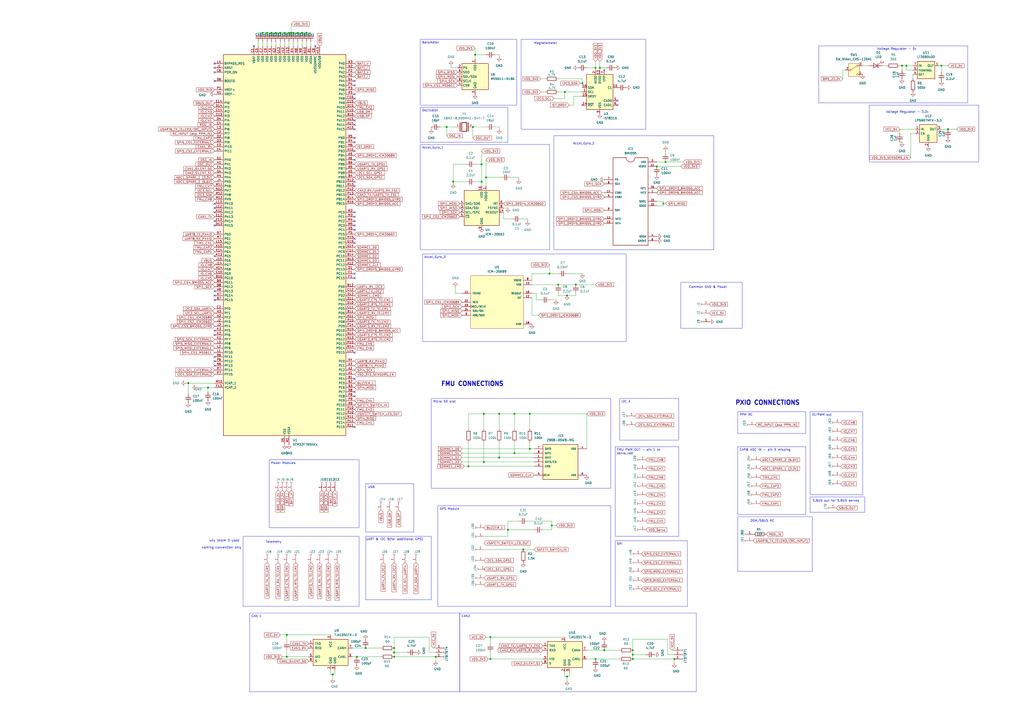
<source format=kicad_sch>
(kicad_sch (version 20250114) (generator "eeschema") (generator_version "9.0")
  (paper "A2")
  (title_block (title "STM32 Value Line Discovery - Shiled board") (date "20 oct 2012") (rev "1.0"))
  (rectangle (start 321.31 78.74) (end 414.02 144.78))
  (rectangle (start 427.99 299.72) (end 471.17 331.47))
  (rectangle (start 140.97 311.15) (end 208.28 351.79))
  (rectangle (start 504.19 60.96) (end 567.69 93.98))
  (rectangle (start 156.21 266.7) (end 208.28 306.07))
  (rectangle (start 469.9 288.29) (end 501.65 297.18))
  (rectangle (start 238.76 63.5) (end 238.76 63.5))
  (rectangle (start 212.09 280.67) (end 240.03 308.61))
  (rectangle (start 394.97 163.83) (end 430.53 190.5))
  (rectangle (start 474.98 26.67) (end 561.34 59.69))
  (rectangle (start 212.09 311.15) (end 250.19 347.98))
  (rectangle (start 302.26 22.86) (end 374.65 74.93))
  (text "Voltage Regulator - 5v" (at 520.192 28.448 0) (effects (font (size 1.27 1.27))))
  (text "why telem 3 used\n" (at 130.048 313.69 0) (effects (font (size 1.27 1.27))))
  (text "Magnetometer" (at 316.484 25.146 0) (effects (font (size 1.27 1.27))))
  (text "FMU CONNECTIONS\n" (at 274.066 222.758 0) (effects (font (size 2.54 2.54) (thickness 0.508) (bold yes))))
  (text "Voltage Regulator - 3.3v" (at 526.288 65.024 0) (effects (font (size 1.27 1.27))))
  (text "UART & I2C B(for additional GPS)" (at 228.854 312.928 0) (effects (font (size 1.27 1.27))))
  (text "USB" (at 215.392 282.702 0) (effects (font (size 1.27 1.27))))
  (text "PXIO CONNECTIONS\n" (at 445.262 233.68 0) (effects (font (size 2.54 2.54) (thickness 0.508) (bold yes))))
  (text "DSM/SBUS RC" (at 442.214 302.26 0) (effects (font (size 1.27 1.27))))
  (text "S.BUS out for S.BUS servos" (at 484.886 290.576 0) (effects (font (size 1.27 1.27))))
  (text "Telemetry" (at 158.75 314.452 0) (effects (font (size 1.27 1.27))))
  (text "Common GND & Power \n\n" (at 411.226 167.64 0) (effects (font (size 1.27 1.27))))
  (text "Power Modules" (at 164.338 268.732 0) (effects (font (size 1.27 1.27))))
  (text "naming convention only" (at 128.524 317.754 0) (effects (font (size 1.27 1.27))))
  (text "Accel_Gyro_2" (at 338.582 83.312 0) (effects (font (size 1.27 1.27))))
  (text_box "PPM RC\n" (at 427.99 238.76 0) (size 39.37 12.7) (margins 0.9525 0.9525 0.9525 0.9525) (effects (font (size 1.27 1.27)) (justify left top)))
  (text_box "CAN2\n" (at 266.7 355.6 0) (size 137.16 45.72) (margins 0.9525 0.9525 0.9525 0.9525) (effects (font (size 1.27 1.27)) (justify left top)))
  (text_box "FMU PWM OUT - pin 1 to servo_vdd \n" (at 356.87 259.08 0) (size 36.83 52.07) (margins 0.9525 0.9525 0.9525 0.9525) (effects (font (size 1.27 1.27)) (justify left top)))
  (text_box "IO/PWM out\n" (at 469.9 238.76 0) (size 30.48 48.26) (margins 0.9525 0.9525 0.9525 0.9525) (effects (font (size 1.27 1.27)) (justify left top)))
  (text_box "SPI\n" (at 356.87 313.69 0) (size 41.91 38.1) (margins 0.9525 0.9525 0.9525 0.9525) (effects (font (size 1.27 1.27)) (justify left top)))
  (text_box "CAP& ADC IN - pin 5 missing\n" (at 427.99 259.08 0) (size 39.37 39.37) (margins 0.9525 0.9525 0.9525 0.9525) (effects (font (size 1.27 1.27)) (justify left top)))
  (text_box "Micro SD slot" (at 250.19 231.14 0) (size 104.14 52.07) (margins 0.9525 0.9525 0.9525 0.9525) (effects (font (size 1.27 1.27)) (justify left top)))
  (text_box "GPS Module \n" (at 254 293.37 0) (size 100.33 58.42) (margins 0.9525 0.9525 0.9525 0.9525) (effects (font (size 1.27 1.27)) (justify left top)))
  (text_box "CAN 1\n" (at 144.78 355.6 0) (size 121.92 45.72) (margins 0.9525 0.9525 0.9525 0.9525) (effects (font (size 1.27 1.27)) (justify left top)))
  (text_box "Accel_Gyro_3\n" (at 245.11 147.32 0) (size 118.11 50.8) (margins 0.9525 0.9525 0.9525 0.9525) (effects (font (size 1.27 1.27)) (justify left top)))
  (text_box "I2C A\n" (at 359.41 231.14 0) (size 34.29 24.13) (margins 0.9525 0.9525 0.9525 0.9525) (effects (font (size 1.27 1.27)) (justify left top)))
  (text_box "Oscillator\n" (at 243.84 62.23 0) (size 50.8 20.32) (margins 0.9525 0.9525 0.9525 0.9525) (effects (font (size 1.27 1.27)) (justify left top)))
  (text_box "Accel_Gyro_1\n" (at 243.84 83.82 0) (size 74.93 60.96) (margins 0.9525 0.9525 0.9525 0.9525) (effects (font (size 1.27 1.27)) (justify left top)))
  (text_box "Barometer\n" (at 243.84 22.86 0) (size 55.88 38.1) (margins 0.9525 0.9525 0.9525 0.9525) (effects (font (size 1.27 1.27)) (justify left top)))
  (junction (at 328.93 392.43))
  (junction (at 367.03 382.27))
  (junction (at 280.67 240.03))
  (junction (at 281.94 102.87))
  (junction (at 345.44 39.37))
  (junction (at 384.81 118.11))
  (junction (at 284.48 369.57))
  (junction (at 154.94 19.05))
  (junction (at 172.72 19.05))
  (junction (at 177.8 19.05))
  (junction (at 207.01 381))
  (junction (at 160.02 19.05))
  (junction (at 323.85 165.1))
  (junction (at 367.03 379.73))
  (junction (at 262.89 105.41))
  (junction (at 289.56 265.43))
  (junction (at 175.26 19.05))
  (junction (at 166.37 368.3))
  (junction (at 381 96.52))
  (junction (at 549.91 74.93))
  (junction (at 303.53 318.77))
  (junction (at 337.82 48.26))
  (junction (at 168.91 19.05))
  (junction (at 318.77 158.75))
  (junction (at 298.45 240.03))
  (junction (at 152.4 19.05))
  (junction (at 252.73 381))
  (junction (at 523.24 38.1))
  (junction (at 279.4 95.25))
  (junction (at 167.64 19.05))
  (junction (at 165.1 19.05))
  (junction (at 193.04 391.16))
  (junction (at 228.6 375.92))
  (junction (at 162.56 19.05))
  (junction (at 367.03 377.19))
  (junction (at 228.6 378.46))
  (junction (at 546.1 38.1))
  (junction (at 284.48 382.27))
  (junction (at 350.52 377.19))
  (junction (at 280.67 267.97))
  (junction (at 289.56 240.03))
  (junction (at 320.04 304.8))
  (junction (at 298.45 262.89))
  (junction (at 391.16 382.27))
  (junction (at 109.22 222.25))
  (junction (at 259.08 73.66))
  (junction (at 525.78 38.1))
  (junction (at 294.64 307.34))
  (junction (at 271.78 270.51))
  (junction (at 327.66 53.34))
  (junction (at 170.18 19.05))
  (junction (at 386.08 93.98))
  (junction (at 334.01 165.1))
  (junction (at 212.09 375.92))
  (junction (at 328.93 171.45))
  (junction (at 345.44 382.27))
  (junction (at 307.34 240.03))
  (junction (at 274.32 73.66))
  (junction (at 275.59 31.75))
  (junction (at 228.6 381))
  (junction (at 166.37 381))
  (junction (at 279.4 105.41))
  (junction (at 120.65 224.79))
  (junction (at 307.34 260.35))
  (junction (at 347.98 39.37))
  (junction (at 157.48 19.05))
  (no_connect (at 358.14 60.96))
  (no_connect (at 124.46 207.01))
  (no_connect (at 124.46 191.77))
  (no_connect (at 205.74 105.41))
  (no_connect (at 124.46 168.91))
  (no_connect (at 205.74 130.81))
  (no_connect (at 205.74 107.95))
  (no_connect (at 205.74 57.15))
  (no_connect (at 124.46 128.27))
  (no_connect (at 182.88 26.67))
  (no_connect (at 124.46 209.55))
  (no_connect (at 205.74 140.97))
  (no_connect (at 124.46 194.31))
  (no_connect (at 124.46 123.19))
  (no_connect (at 205.74 229.87))
  (no_connect (at 205.74 82.55))
  (no_connect (at 358.14 58.42))
  (no_connect (at 124.46 130.81))
  (no_connect (at 124.46 120.65))
  (no_connect (at 124.46 118.11))
  (no_connect (at 124.46 148.59))
  (no_connect (at 124.46 173.99))
  (no_connect (at 205.74 87.63))
  (no_connect (at 124.46 41.91))
  (no_connect (at 124.46 171.45))
  (no_connect (at 205.74 133.35))
  (no_connect (at 205.74 138.43))
  (no_connect (at 205.74 125.73))
  (no_connect (at 205.74 128.27))
  (no_connect (at 205.74 123.19))
  (no_connect (at 205.74 74.93))
  (no_connect (at 205.74 161.29))
  (no_connect (at 205.74 247.65))
  (no_connect (at 205.74 54.61))
  (no_connect (at 147.32 26.67))
  (no_connect (at 205.74 80.01))
  (no_connect (at 205.74 158.75))
  (no_connect (at 205.74 69.85))
  (no_connect (at 337.82 60.96))
  (no_connect (at 205.74 204.47))
  (no_connect (at 124.46 212.09))
  (no_connect (at 124.46 46.99))
  (no_connect (at 205.74 72.39))
  (no_connect (at 205.74 219.71))
  (no_connect (at 350.52 40.64))
  (no_connect (at 205.74 92.71))
  (no_connect (at 205.74 46.99))
  (no_connect (at 124.46 39.37))
  (no_connect (at 124.46 36.83))
  (no_connect (at 205.74 49.53))
  (no_connect (at 205.74 227.33))
  (wire (pts (xy 523.24 38.1) (xy 523.24 40.64)))
  (wire (pts (xy 194.31 391.16) (xy 193.04 391.16)))
  (wire (pts (xy 327.66 57.15) (xy 327.66 53.34)))
  (wire (pts (xy 521.97 82.55) (xy 523.24 82.55)))
  (wire (pts (xy 384.81 116.84) (xy 381 116.84)))
  (wire (pts (xy 289.56 74.93) (xy 289.56 73.66)))
  (wire (pts (xy 295.91 102.87) (xy 300.99 102.87)))
  (wire (pts (xy 313.69 53.34) (xy 316.23 53.34)))
  (wire (pts (xy 270.51 95.25) (xy 262.89 95.25)))
  (wire (pts (xy 347.98 35.56) (xy 347.98 39.37)))
  (wire (pts (xy 259.08 78.74) (xy 259.08 73.66)))
  (wire (pts (xy 170.18 19.05) (xy 172.72 19.05)))
  (wire (pts (xy 228.6 381) (xy 252.73 381)))
  (wire (pts (xy 162.56 19.05) (xy 165.1 19.05)))
  (wire (pts (xy 298.45 262.89) (xy 309.88 262.89)))
  (wire (pts (xy 109.22 228.6) (xy 109.22 222.25)))
  (wire (pts (xy 281.94 369.57) (xy 284.48 369.57)))
  (wire (pts (xy 160.02 24.13) (xy 160.02 26.67)))
  (wire (pts (xy 193.04 393.7) (xy 193.04 391.16)))
  (wire (pts (xy 298.45 256.54) (xy 298.45 262.89)))
  (wire (pts (xy 384.81 118.11) (xy 384.81 116.84)))
  (wire (pts (xy 307.34 240.03) (xy 340.36 240.03)))
  (wire (pts (xy 168.91 19.05) (xy 170.18 19.05)))
  (wire (pts (xy 367.03 379.73) (xy 367.03 382.27)))
  (wire (pts (xy 340.36 377.19) (xy 350.52 377.19)))
  (wire (pts (xy 391.16 382.27) (xy 391.16 384.81)))
  (wire (pts (xy 521.97 74.93) (xy 521.97 77.47)))
  (wire (pts (xy 281.94 102.87) (xy 281.94 107.95)))
  (wire (pts (xy 168.91 13.97) (xy 168.91 19.05)))
  (wire (pts (xy 167.64 19.05) (xy 168.91 19.05)))
  (wire (pts (xy 228.6 375.92) (xy 228.6 378.46)))
  (wire (pts (xy 521.97 74.93) (xy 530.86 74.93)))
  (wire (pts (xy 347.98 39.37) (xy 351.79 39.37)))
  (wire (pts (xy 528.32 77.47) (xy 528.32 91.44)))
  (wire (pts (xy 262.89 95.25) (xy 262.89 105.41)))
  (wire (pts (xy 170.18 24.13) (xy 170.18 26.67)))
  (wire (pts (xy 530.86 77.47) (xy 528.32 77.47)))
  (wire (pts (xy 549.91 74.93) (xy 554.99 74.93)))
  (wire (pts (xy 294.64 311.15) (xy 294.64 307.34)))
  (wire (pts (xy 248.92 369.57) (xy 248.92 378.46)))
  (wire (pts (xy 228.6 378.46) (xy 236.22 378.46)))
  (wire (pts (xy 251.46 375.92) (xy 252.73 375.92)))
  (wire (pts (xy 160.02 19.05) (xy 162.56 19.05)))
  (wire (pts (xy 303.53 318.77) (xy 280.67 318.77)))
  (wire (pts (xy 525.78 38.1) (xy 529.59 38.1)))
  (wire (pts (xy 289.56 240.03) (xy 289.56 248.92)))
  (wire (pts (xy 318.77 173.99) (xy 322.58 173.99)))
  (wire (pts (xy 328.93 394.97) (xy 328.93 392.43)))
  (wire (pts (xy 194.31 388.62) (xy 194.31 391.16)))
  (wire (pts (xy 284.48 382.27) (xy 314.96 382.27)))
  (wire (pts (xy 340.36 240.03) (xy 340.36 260.35)))
  (wire (pts (xy 500.38 38.1) (xy 504.19 38.1)))
  (wire (pts (xy 204.47 375.92) (xy 212.09 375.92)))
  (wire (pts (xy 521.97 38.1) (xy 523.24 38.1)))
  (wire (pts (xy 294.64 307.34) (xy 309.88 307.34)))
  (wire (pts (xy 327.66 392.43) (xy 328.93 392.43)))
  (wire (pts (xy 546.1 38.1) (xy 549.91 38.1)))
  (wire (pts (xy 152.4 19.05) (xy 154.94 19.05)))
  (wire (pts (xy 384.81 119.38) (xy 384.81 118.11)))
  (wire (pts (xy 308.61 158.75) (xy 308.61 162.56)))
  (wire (pts (xy 546.1 74.93) (xy 549.91 74.93)))
  (wire (pts (xy 321.31 57.15) (xy 327.66 57.15)))
  (wire (pts (xy 327.66 53.34) (xy 337.82 53.34)))
  (wire (pts (xy 228.6 378.46) (xy 228.6 381)))
  (wire (pts (xy 289.56 240.03) (xy 298.45 240.03)))
  (wire (pts (xy 289.56 31.75) (xy 287.02 31.75)))
  (wire (pts (xy 109.22 222.25) (xy 124.46 222.25)))
  (wire (pts (xy 323.85 53.34) (xy 327.66 53.34)))
  (wire (pts (xy 320.04 302.26) (xy 320.04 304.8)))
  (wire (pts (xy 340.36 39.37) (xy 345.44 39.37)))
  (wire (pts (xy 228.6 375.92) (xy 228.6 369.57)))
  (wire (pts (xy 307.34 256.54) (xy 307.34 260.35)))
  (wire (pts (xy 279.4 105.41) (xy 279.4 107.95)))
  (wire (pts (xy 149.86 19.05) (xy 152.4 19.05)))
  (wire (pts (xy 389.89 377.19) (xy 391.16 377.19)))
  (wire (pts (xy 529.59 43.18) (xy 529.59 45.72)))
  (wire (pts (xy 289.56 73.66) (xy 287.02 73.66)))
  (wire (pts (xy 340.36 382.27) (xy 345.44 382.27)))
  (wire (pts (xy 320.04 304.8) (xy 320.04 307.34)))
  (wire (pts (xy 271.78 240.03) (xy 280.67 240.03)))
  (wire (pts (xy 162.56 24.13) (xy 162.56 26.67)))
  (wire (pts (xy 280.67 311.15) (xy 294.64 311.15)))
  (wire (pts (xy 298.45 240.03) (xy 307.34 240.03)))
  (wire (pts (xy 228.6 369.57) (xy 248.92 369.57)))
  (wire (pts (xy 262.89 105.41) (xy 270.51 105.41)))
  (wire (pts (xy 172.72 24.13) (xy 172.72 26.67)))
  (wire (pts (xy 165.1 24.13) (xy 165.1 26.67)))
  (wire (pts (xy 275.59 95.25) (xy 279.4 95.25)))
  (wire (pts (xy 279.4 87.63) (xy 279.4 95.25)))
  (wire (pts (xy 274.32 80.01) (xy 274.32 73.66)))
  (wire (pts (xy 289.56 265.43) (xy 309.88 265.43)))
  (wire (pts (xy 275.59 105.41) (xy 279.4 105.41)))
  (wire (pts (xy 318.77 158.75) (xy 318.77 153.67)))
  (wire (pts (xy 320.04 304.8) (xy 322.58 304.8)))
  (wire (pts (xy 281.94 92.71) (xy 281.94 102.87)))
  (wire (pts (xy 166.37 368.3) (xy 191.77 368.3)))
  (wire (pts (xy 308.61 182.88) (xy 312.42 182.88)))
  (wire (pts (xy 294.64 302.26) (xy 300.99 302.26)))
  (wire (pts (xy 284.48 369.57) (xy 327.66 369.57)))
  (wire (pts (xy 252.73 381) (xy 252.73 383.54)))
  (wire (pts (xy 284.48 378.46) (xy 284.48 382.27)))
  (wire (pts (xy 347.98 39.37) (xy 347.98 40.64)))
  (wire (pts (xy 262.89 105.41) (xy 262.89 106.68)))
  (wire (pts (xy 294.64 120.65) (xy 292.1 120.65)))
  (wire (pts (xy 280.67 256.54) (xy 280.67 267.97)))
  (wire (pts (xy 207.01 381) (xy 220.98 381)))
  (wire (pts (xy 250.19 74.93) (xy 250.19 73.66)))
  (wire (pts (xy 387.35 370.84) (xy 387.35 379.73)))
  (wire (pts (xy 307.34 260.35) (xy 309.88 260.35)))
  (wire (pts (xy 267.97 262.89) (xy 298.45 262.89)))
  (wire (pts (xy 381 93.98) (xy 386.08 93.98)))
  (wire (pts (xy 191.77 388.62) (xy 191.77 391.16)))
  (wire (pts (xy 275.59 31.75) (xy 275.59 34.29)))
  (wire (pts (xy 386.08 88.9) (xy 386.08 87.63)))
  (wire (pts (xy 367.03 377.19) (xy 367.03 379.73)))
  (wire (pts (xy 334.01 171.45) (xy 328.93 171.45)))
  (wire (pts (xy 107.95 222.25) (xy 109.22 222.25)))
  (wire (pts (xy 248.92 378.46) (xy 252.73 378.46)))
  (wire (pts (xy 294.64 307.34) (xy 294.64 302.26)))
  (wire (pts (xy 154.94 19.05) (xy 157.48 19.05)))
  (wire (pts (xy 334.01 165.1) (xy 345.44 165.1)))
  (wire (pts (xy 271.78 240.03) (xy 271.78 248.92)))
  (wire (pts (xy 311.15 173.99) (xy 311.15 170.18)))
  (wire (pts (xy 345.44 39.37) (xy 345.44 40.64)))
  (wire (pts (xy 154.94 24.13) (xy 154.94 26.67)))
  (wire (pts (xy 166.37 377.19) (xy 166.37 381)))
  (wire (pts (xy 330.2 389.89) (xy 330.2 392.43)))
  (wire (pts (xy 350.52 377.19) (xy 359.41 377.19)))
  (wire (pts (xy 488.95 40.64) (xy 488.95 45.72)))
  (wire (pts (xy 306.07 127) (xy 302.26 127)))
  (wire (pts (xy 367.03 370.84) (xy 387.35 370.84)))
  (wire (pts (xy 330.2 392.43) (xy 328.93 392.43)))
  (wire (pts (xy 275.59 27.94) (xy 275.59 31.75)))
  (wire (pts (xy 292.1 127) (xy 297.18 127)))
  (wire (pts (xy 525.78 38.1) (xy 525.78 40.64)))
  (wire (pts (xy 279.4 133.35) (xy 279.4 132.08)))
  (wire (pts (xy 328.93 171.45) (xy 323.85 171.45)))
  (wire (pts (xy 279.4 95.25) (xy 279.4 105.41)))
  (wire (pts (xy 345.44 35.56) (xy 345.44 39.37)))
  (wire (pts (xy 525.78 40.64) (xy 529.59 40.64)))
  (wire (pts (xy 166.37 368.3) (xy 166.37 372.11)))
  (wire (pts (xy 327.66 389.89) (xy 327.66 392.43)))
  (wire (pts (xy 274.32 73.66) (xy 281.94 73.66)))
  (wire (pts (xy 264.16 170.18) (xy 264.16 166.37)))
  (wire (pts (xy 175.26 19.05) (xy 177.8 19.05)))
  (wire (pts (xy 311.15 173.99) (xy 313.69 173.99)))
  (wire (pts (xy 306.07 128.27) (xy 306.07 127)))
  (wire (pts (xy 292.1 123.19) (xy 292.1 127)))
  (wire (pts (xy 114.3 224.79) (xy 120.65 224.79)))
  (wire (pts (xy 386.08 93.98) (xy 396.24 93.98)))
  (wire (pts (xy 280.67 240.03) (xy 289.56 240.03)))
  (wire (pts (xy 387.35 379.73) (xy 391.16 379.73)))
  (wire (pts (xy 332.74 55.88) (xy 332.74 60.96)))
  (wire (pts (xy 300.99 102.87) (xy 300.99 104.14)))
  (wire (pts (xy 337.82 48.26) (xy 337.82 50.8)))
  (wire (pts (xy 367.03 377.19) (xy 367.03 370.84)))
  (wire (pts (xy 284.48 373.38) (xy 284.48 369.57)))
  (wire (pts (xy 120.65 227.33) (xy 120.65 224.79)))
  (wire (pts (xy 269.24 270.51) (xy 271.78 270.51)))
  (wire (pts (xy 349.25 111.76) (xy 350.52 111.76)))
  (wire (pts (xy 162.56 368.3) (xy 166.37 368.3)))
  (wire (pts (xy 157.48 19.05) (xy 160.02 19.05)))
  (wire (pts (xy 298.45 240.03) (xy 298.45 248.92)))
  (wire (pts (xy 313.69 45.72) (xy 316.23 45.72)))
  (wire (pts (xy 163.83 381) (xy 166.37 381)))
  (wire (pts (xy 323.85 165.1) (xy 334.01 165.1)))
  (wire (pts (xy 308.61 165.1) (xy 323.85 165.1)))
  (wire (pts (xy 323.85 171.45) (xy 323.85 170.18)))
  (wire (pts (xy 546.1 38.1) (xy 544.83 38.1)))
  (wire (pts (xy 149.86 24.13) (xy 149.86 26.67)))
  (wire (pts (xy 175.26 24.13) (xy 175.26 26.67)))
  (wire (pts (xy 212.09 375.92) (xy 220.98 375.92)))
  (wire (pts (xy 261.62 39.37) (xy 261.62 38.1)))
  (wire (pts (xy 259.08 73.66) (xy 264.16 73.66)))
  (wire (pts (xy 180.34 24.13) (xy 180.34 26.67)))
  (wire (pts (xy 332.74 60.96) (xy 330.2 60.96)))
  (wire (pts (xy 152.4 24.13) (xy 152.4 26.67)))
  (wire (pts (xy 177.8 24.13) (xy 177.8 26.67)))
  (wire (pts (xy 511.81 38.1) (xy 514.35 38.1)))
  (wire (pts (xy 167.64 24.13) (xy 167.64 26.67)))
  (wire (pts (xy 177.8 19.05) (xy 180.34 19.05)))
  (wire (pts (xy 314.96 307.34) (xy 320.04 307.34)))
  (wire (pts (xy 267.97 267.97) (xy 280.67 267.97)))
  (wire (pts (xy 336.55 48.26) (xy 337.82 48.26)))
  (wire (pts (xy 546.1 38.1) (xy 546.1 41.91)))
  (wire (pts (xy 172.72 19.05) (xy 175.26 19.05)))
  (wire (pts (xy 157.48 24.13) (xy 157.48 26.67)))
  (wire (pts (xy 271.78 256.54) (xy 271.78 270.51)))
  (wire (pts (xy 345.44 382.27) (xy 359.41 382.27)))
  (wire (pts (xy 281.94 102.87) (xy 290.83 102.87)))
  (wire (pts (xy 120.65 224.79) (xy 124.46 224.79)))
  (wire (pts (xy 367.03 382.27) (xy 391.16 382.27)))
  (wire (pts (xy 381 96.52) (xy 394.97 96.52)))
  (wire (pts (xy 280.67 267.97) (xy 309.88 267.97)))
  (wire (pts (xy 337.82 55.88) (xy 332.74 55.88)))
  (wire (pts (xy 283.21 382.27) (xy 284.48 382.27)))
  (wire (pts (xy 318.77 158.75) (xy 323.85 158.75)))
  (wire (pts (xy 308.61 158.75) (xy 318.77 158.75)))
  (wire (pts (xy 267.97 260.35) (xy 307.34 260.35)))
  (wire (pts (xy 334.01 171.45) (xy 334.01 170.18)))
  (wire (pts (xy 386.08 118.11) (xy 384.81 118.11)))
  (wire (pts (xy 289.56 31.75) (xy 289.56 33.02)))
  (wire (pts (xy 280.67 240.03) (xy 280.67 248.92)))
  (wire (pts (xy 337.82 45.72) (xy 337.82 48.26)))
  (wire (pts (xy 488.95 40.64) (xy 490.22 40.64)))
  (wire (pts (xy 381 119.38) (xy 384.81 119.38)))
  (wire (pts (xy 523.24 38.1) (xy 525.78 38.1)))
  (wire (pts (xy 255.27 73.66) (xy 259.08 73.66)))
  (wire (pts (xy 267.97 170.18) (xy 264.16 170.18)))
  (wire (pts (xy 323.85 45.72) (xy 337.82 45.72)))
  (wire (pts (xy 191.77 391.16) (xy 193.04 391.16)))
  (wire (pts (xy 165.1 19.05) (xy 167.64 19.05)))
  (wire (pts (xy 267.97 265.43) (xy 289.56 265.43)))
  (wire (pts (xy 307.34 240.03) (xy 307.34 248.92)))
  (wire (pts (xy 204.47 381) (xy 207.01 381)))
  (wire (pts (xy 367.03 379.73) (xy 374.65 379.73)))
  (wire (pts (xy 275.59 31.75) (xy 281.94 31.75)))
  (wire (pts (xy 311.15 170.18) (xy 308.61 170.18)))
  (wire (pts (xy 306.07 302.26) (xy 320.04 302.26)))
  (wire (pts (xy 261.62 39.37) (xy 265.43 39.37)))
  (wire (pts (xy 309.88 318.77) (xy 303.53 318.77)))
  (wire (pts (xy 289.56 256.54) (xy 289.56 265.43)))
  (wire (pts (xy 328.93 158.75) (xy 337.82 158.75)))
  (wire (pts (xy 308.61 172.72) (xy 308.61 182.88)))
  (wire (pts (xy 166.37 381) (xy 179.07 381)))
  (wire (pts (xy 271.78 270.51) (xy 309.88 270.51)))
  (global_label "VDD_3V3" (shape input) (at 163.83 381 180) (property "Intersheetrefs" "${INTERSHEET_REFS}" (effects (hide yes))))
  (global_label "SBUS_OUT" (shape input) (at 124.46 59.69 180) (property "Intersheetrefs" "${INTERSHEET_REFS}" (effects (hide yes))))
  (global_label "CAN1_RX" (shape input) (at 179.07 375.92 180) (property "Intersheetrefs" "${INTERSHEET_REFS}" (effects (hide yes))))
  (global_label "USART3_RTS_TELEM2" (shape input) (at 205.74 196.85 0) (property "Intersheetrefs" "${INTERSHEET_REFS}" (effects (hide yes))))
  (global_label "SDMMC1_D1" (shape input) (at 205.74 146.05 0) (property "Intersheetrefs" "${INTERSHEET_REFS}" (effects (hide yes))))
  (global_label "SPI1_CS2_ICM20602" (shape input) (at 124.46 186.69 180) (property "Intersheetrefs" "${INTERSHEET_REFS}" (effects (hide yes))))
  (global_label "SPI1_MOSI" (shape input) (at 266.7 118.11 180) (property "Intersheetrefs" "${INTERSHEET_REFS}" (effects (hide yes))))
  (global_label "SPI5_SCK_EXTERNAL1" (shape input) (at 124.46 196.85 180) (property "Intersheetrefs" "${INTERSHEET_REFS}" (effects (hide yes))))
  (global_label "SPI4_MOSI" (shape input) (at 205.74 224.79 0) (property "Intersheetrefs" "${INTERSHEET_REFS}" (effects (hide yes))))
  (global_label "SPI1_DRDY4_ICM20602" (shape input) (at 205.74 135.89 0) (property "Intersheetrefs" "${INTERSHEET_REFS}" (effects (hide yes))))
  (global_label "I2C3_SCL" (shape input) (at 124.46 110.49 180) (property "Intersheetrefs" "${INTERSHEET_REFS}" (effects (hide yes))))
  (global_label "VBUS" (shape input) (at 205.74 59.69 0) (property "Intersheetrefs" "${INTERSHEET_REFS}" (effects (hide yes))))
  (global_label "IO_CH8" (shape input) (at 124.46 153.67 180) (property "Intersheetrefs" "${INTERSHEET_REFS}" (effects (hide yes))))
  (global_label "BUZZER_1" (shape input) (at 205.74 222.25 0) (property "Intersheetrefs" "${INTERSHEET_REFS}" (effects (hide yes))))
  (global_label "IST_DRDY" (shape input) (at 205.74 85.09 0) (property "Intersheetrefs" "${INTERSHEET_REFS}" (effects (hide yes))))
  (global_label "SDMMC1_D2" (shape input) (at 267.97 265.43 180) (property "Intersheetrefs" "${INTERSHEET_REFS}" (effects (hide yes))))
  (global_label "FMU_CH1" (shape input) (at 374.65 302.26 0) (property "Intersheetrefs" "${INTERSHEET_REFS}" (effects (hide yes))))
  (global_label "SPI1_DRDY6_BMI055_ACC" (shape input) (at 205.74 191.77 0) (property "Intersheetrefs" "${INTERSHEET_REFS}" (effects (hide yes))))
  (global_label "USART1_RX_GPS1" (shape input) (at 280.67 335.28 0) (property "Intersheetrefs" "${INTERSHEET_REFS}" (effects (hide yes))))
  (global_label "SPI1_SCK" (shape input) (at 267.97 177.8 180) (property "Intersheetrefs" "${INTERSHEET_REFS}" (effects (hide yes))))
  (global_label "SPI4_MISO" (shape input) (at 205.74 242.57 0) (property "Intersheetrefs" "${INTERSHEET_REFS}" (effects (hide yes))))
  (global_label "CAN2_TX{slash}UART5_TX_ESC" (shape input) (at 205.74 113.03 0) (property "Intersheetrefs" "${INTERSHEET_REFS}" (effects (hide yes))))
  (global_label "VDD_3V3" (shape input) (at 313.69 53.34 180) (property "Intersheetrefs" "${INTERSHEET_REFS}" (effects (hide yes))))
  (global_label "SPI1_DRDY6_BMI055_ACC" (shape input) (at 381 111.76 0) (property "Intersheetrefs" "${INTERSHEET_REFS}" (effects (hide yes))))
  (global_label "USART2_TX_TELEM1" (shape input) (at 205.74 179.07 0) (property "Intersheetrefs" "${INTERSHEET_REFS}" (effects (hide yes))))
  (global_label "VDD_3V3" (shape input) (at 345.44 35.56 90) (property "Intersheetrefs" "${INTERSHEET_REFS}" (effects (hide yes))))
  (global_label "SPI1_CS2_ICM20602" (shape input) (at 266.7 125.73 180) (property "Intersheetrefs" "${INTERSHEET_REFS}" (effects (hide yes))))
  (global_label "SPI1_CS3_BMI055_GYRO" (shape input) (at 124.46 189.23 180) (property "Intersheetrefs" "${INTERSHEET_REFS}" (effects (hide yes))))
  (global_label "SPI1_MOSI" (shape input) (at 350.52 121.92 180) (property "Intersheetrefs" "${INTERSHEET_REFS}" (effects (hide yes))))
  (global_label "FMU_CH1" (shape input) (at 205.74 245.11 0) (property "Intersheetrefs" "${INTERSHEET_REFS}" (effects (hide yes))))
  (global_label "BMS_22.2V" (shape input) (at 189.23 284.48 270) (property "Intersheetrefs" "${INTERSHEET_REFS}" (effects (hide yes))))
  (global_label "BAT2_I" (shape input) (at 191.77 284.48 270) (property "Intersheetrefs" "${INTERSHEET_REFS}" (effects (hide yes))))
  (global_label "VCC_5V" (shape input) (at 389.89 377.19 90) (property "Intersheetrefs" "${INTERSHEET_REFS}" (effects (hide yes))))
  (global_label "ADC1_SPARE_2 (6.6V)" (shape input) (at 124.46 105.41 180) (property "Intersheetrefs" "${INTERSHEET_REFS}" (effects (hide yes))))
  (global_label "USART1_TX_GPS1" (shape input) (at 280.67 339.09 0) (property "Intersheetrefs" "${INTERSHEET_REFS}" (effects (hide yes))))
  (global_label "CAN2_TX{slash}UART5_TX_ESC" (shape input) (at 314.96 374.65 180) (property "Intersheetrefs" "${INTERSHEET_REFS}" (effects (hide yes))))
  (global_label "USART3_RX_TELEM2" (shape input) (at 185.42 326.39 270) (property "Intersheetrefs" "${INTERSHEET_REFS}" (effects (hide yes))))
  (global_label "I2C2_SDA_UART4" (shape input) (at 124.46 179.07 180) (property "Intersheetrefs" "${INTERSHEET_REFS}" (effects (hide yes))))
  (global_label "USB_DP" (shape input) (at 205.74 67.31 0) (property "Intersheetrefs" "${INTERSHEET_REFS}" (effects (hide yes))))
  (global_label "ADC1_SPARE_1 (3.3V)" (shape input) (at 440.69 271.78 0) (property "Intersheetrefs" "${INTERSHEET_REFS}" (effects (hide yes))))
  (global_label "I2C2_SCL_UART4" (shape input) (at 234.95 326.39 270) (property "Intersheetrefs" "${INTERSHEET_REFS}" (effects (hide yes))))
  (global_label "VDD_3V3" (shape input) (at 275.59 27.94 180) (property "Intersheetrefs" "${INTERSHEET_REFS}" (effects (hide yes))))
  (global_label "BMS_22.2V" (shape input) (at 488.95 45.72 180) (property "Intersheetrefs" "${INTERSHEET_REFS}" (effects (hide yes))))
  (global_label "SPI4_MISO" (shape input) (at 265.43 41.91 180) (property "Intersheetrefs" "${INTERSHEET_REFS}" (effects (hide yes))))
  (global_label "VDD_3V3" (shape input) (at 340.36 240.03 0) (property "Intersheetrefs" "${INTERSHEET_REFS}" (effects (hide yes))))
  (global_label "SPI5_CS2_EXTERNAL1" (shape input) (at 124.46 87.63 180) (property "Intersheetrefs" "${INTERSHEET_REFS}" (effects (hide yes))))
  (global_label "I2C4_SCL_EXTERNAL2" (shape input) (at 368.3 246.38 0) (property "Intersheetrefs" "${INTERSHEET_REFS}" (effects (hide yes))))
  (global_label "SPI1_DRDY3_BMI055_ACC" (shape input) (at 381 109.22 0) (property "Intersheetrefs" "${INTERSHEET_REFS}" (effects (hide yes))))
  (global_label "nSAFETY_SWITCH_LED_OUT" (shape input) (at 280.67 314.96 0) (property "Intersheetrefs" "${INTERSHEET_REFS}" (effects (hide yes))))
  (global_label "VCC_5V" (shape input) (at 281.94 369.57 180) (property "Intersheetrefs" "${INTERSHEET_REFS}" (effects (hide yes))))
  (global_label "UART4_TX_I2C2" (shape input) (at 205.74 168.91 0) (property "Intersheetrefs" "${INTERSHEET_REFS}" (effects (hide yes))))
  (global_label "VDD_3V3_SENSORS_EN" (shape input) (at 205.74 217.17 0) (property "Intersheetrefs" "${INTERSHEET_REFS}" (effects (hide yes))))
  (global_label "FMU_CAP1" (shape input) (at 124.46 146.05 180) (property "Intersheetrefs" "${INTERSHEET_REFS}" (effects (hide yes))))
  (global_label "FMU_CH7" (shape input) (at 374.65 271.78 0) (property "Intersheetrefs" "${INTERSHEET_REFS}" (effects (hide yes))))
  (global_label "IO_CH7" (shape input) (at 487.68 250.19 0) (property "Intersheetrefs" "${INTERSHEET_REFS}" (effects (hide yes))))
  (global_label "USART2_TX_TELEM1" (shape input) (at 154.94 326.39 270) (property "Intersheetrefs" "${INTERSHEET_REFS}" (effects (hide yes))))
  (global_label "VDD_3V3" (shape input) (at 124.46 52.07 180) (property "Intersheetrefs" "${INTERSHEET_REFS}" (effects (hide yes))))
  (global_label "ADC1_SPARE_1 (3.3V)" (shape input) (at 124.46 102.87 180) (property "Intersheetrefs" "${INTERSHEET_REFS}" (effects (hide yes))))
  (global_label "USART2_RX_TELEM1" (shape input) (at 205.74 181.61 0) (property "Intersheetrefs" "${INTERSHEET_REFS}" (effects (hide yes))))
  (global_label "FMU_CAP3" (shape input) (at 124.46 80.01 180) (property "Intersheetrefs" "${INTERSHEET_REFS}" (effects (hide yes))))
  (global_label "SPI1_CS1_ICM20689" (shape input) (at 124.46 184.15 180) (property "Intersheetrefs" "${INTERSHEET_REFS}" (effects (hide yes))))
  (global_label "BAT2_V" (shape input) (at 194.31 284.48 270) (property "Intersheetrefs" "${INTERSHEET_REFS}" (effects (hide yes))))
  (global_label "I2C4_SDA_EXTERNAL2" (shape input) (at 124.46 217.17 180) (property "Intersheetrefs" "${INTERSHEET_REFS}" (effects (hide yes))))
  (global_label "FMU_CH2" (shape input) (at 205.74 62.23 0) (property "Intersheetrefs" "${INTERSHEET_REFS}" (effects (hide yes))))
  (global_label "SPI1_SCK" (shape input) (at 266.7 123.19 180) (property "Intersheetrefs" "${INTERSHEET_REFS}" (effects (hide yes))))
  (global_label "OSC_OUT" (shape input) (at 274.32 80.01 0) (property "Intersheetrefs" "${INTERSHEET_REFS}" (effects (hide yes))))
  (global_label "I2C3_SCL" (shape input) (at 321.31 57.15 180) (property "Intersheetrefs" "${INTERSHEET_REFS}" (effects (hide yes))))
  (global_label "USART3_TX_TELEM2" (shape input) (at 180.34 326.39 270) (property "Intersheetrefs" "${INTERSHEET_REFS}" (effects (hide yes))))
  (global_label "SPI5_CS1_EXTERNAL1" (shape input) (at 124.46 82.55 180) (property "Intersheetrefs" "${INTERSHEET_REFS}" (effects (hide yes))))
  (global_label "VDD_3V3" (shape input) (at 347.98 35.56 90) (property "Intersheetrefs" "${INTERSHEET_REFS}" (effects (hide yes))))
  (global_label "USART2_CTS_TELEM1" (shape input) (at 205.74 173.99 0) (property "Intersheetrefs" "${INTERSHEET_REFS}" (effects (hide yes))))
  (global_label "SPI1_MISO" (shape input) (at 266.7 120.65 180) (property "Intersheetrefs" "${INTERSHEET_REFS}" (effects (hide yes))))
  (global_label "IO_CH8" (shape input) (at 487.68 245.11 0) (property "Intersheetrefs" "${INTERSHEET_REFS}" (effects (hide yes))))
  (global_label "SPI1_DRDY3_BMI055_ACC" (shape input) (at 205.74 118.11 0) (property "Intersheetrefs" "${INTERSHEET_REFS}" (effects (hide yes))))
  (global_label "FMU_CH2" (shape input) (at 374.65 297.18 0) (property "Intersheetrefs" "${INTERSHEET_REFS}" (effects (hide yes))))
  (global_label "IO_CH4" (shape input) (at 487.68 265.43 0) (property "Intersheetrefs" "${INTERSHEET_REFS}" (effects (hide yes))))
  (global_label "VDD_3V3" (shape input) (at 322.58 304.8 0) (property "Intersheetrefs" "${INTERSHEET_REFS}" (effects (hide yes))))
  (global_label "VCC_5V" (shape input) (at 162.56 368.3 180) (property "Intersheetrefs" "${INTERSHEET_REFS}" (effects (hide yes))))
  (global_label "SPI1_DRDY2_BMI055_GYRO" (shape input) (at 350.52 127 180) (property "Intersheetrefs" "${INTERSHEET_REFS}" (effects (hide yes))))
  (global_label "IO_CH1" (shape input) (at 487.68 280.67 0) (property "Intersheetrefs" "${INTERSHEET_REFS}" (effects (hide yes))))
  (global_label "IO_CH4" (shape input) (at 124.46 62.23 180) (property "Intersheetrefs" "${INTERSHEET_REFS}" (effects (hide yes))))
  (global_label "SPI1_CS4_BMI055_ACC" (shape input) (at 349.25 111.76 180) (property "Intersheetrefs" "${INTERSHEET_REFS}" (effects (hide yes))))
  (global_label "RC_INPUT (aka PPM_IN)" (shape input) (at 124.46 77.47 180) (property "Intersheetrefs" "${INTERSHEET_REFS}" (effects (hide yes))))
  (global_label "SPI5_CS2_EXTERNAL1" (shape input) (at 372.11 321.31 0) (property "Intersheetrefs" "${INTERSHEET_REFS}" (effects (hide yes))))
  (global_label "SPI1_SCK" (shape input) (at 350.52 106.68 180) (property "Intersheetrefs" "${INTERSHEET_REFS}" (effects (hide yes))))
  (global_label "UART8_RX_PX4IO" (shape input) (at 205.74 209.55 0) (property "Intersheetrefs" "${INTERSHEET_REFS}" (effects (hide yes))))
  (global_label "VCC_5V" (shape input) (at 411.48 181.61 0) (property "Intersheetrefs" "${INTERSHEET_REFS}" (effects (hide yes))))
  (global_label "USB_DM" (shape input) (at 205.74 64.77 0) (property "Intersheetrefs" "${INTERSHEET_REFS}" (effects (hide yes))))
  (global_label "VDD_3V3" (shape input) (at 554.99 74.93 0) (property "Intersheetrefs" "${INTERSHEET_REFS}" (effects (hide yes))))
  (global_label "BMS_22.2V" (shape input) (at 163.83 284.48 270) (property "Intersheetrefs" "${INTERSHEET_REFS}" (effects (hide yes))))
  (global_label "CAN2_RX{slash}UART5_RX_ESC" (shape input) (at 205.74 110.49 0) (property "Intersheetrefs" "${INTERSHEET_REFS}" (effects (hide yes))))
  (global_label "IO_CH5" (shape input) (at 487.68 260.35 0) (property "Intersheetrefs" "${INTERSHEET_REFS}" (effects (hide yes))))
  (global_label "CAN1_SILENT_S0" (shape input) (at 124.46 97.79 180) (property "Intersheetrefs" "${INTERSHEET_REFS}" (effects (hide yes))))
  (global_label "IO_CH6" (shape input) (at 124.46 158.75 180) (property "Intersheetrefs" "${INTERSHEET_REFS}" (effects (hide yes))))
  (global_label "I2C3_SDA" (shape input) (at 124.46 113.03 180) (property "Intersheetrefs" "${INTERSHEET_REFS}" (effects (hide yes))))
  (global_label "SAFETY_SWITCH_IN" (shape input) (at 309.88 318.77 0) (property "Intersheetrefs" "${INTERSHEET_REFS}" (effects (hide yes))))
  (global_label "IO_CH7" (shape input) (at 124.46 156.21 180) (property "Intersheetrefs" "${INTERSHEET_REFS}" (effects (hide yes))))
  (global_label "UART8_TX_PX4IO" (shape input) (at 205.74 212.09 0) (property "Intersheetrefs" "${INTERSHEET_REFS}" (effects (hide yes))))
  (global_label "BAT2_I" (shape input) (at 205.74 44.45 0) (property "Intersheetrefs" "${INTERSHEET_REFS}" (effects (hide yes))))
  (global_label "USART3_CTS_TELEM2" (shape input) (at 205.74 194.31 0) (property "Intersheetrefs" "${INTERSHEET_REFS}" (effects (hide yes))))
  (global_label "SPI5_MOSI_EXTERNAL1" (shape input) (at 124.46 201.93 180) (property "Intersheetrefs" "${INTERSHEET_REFS}" (effects (hide yes))))
  (global_label "IO_CH2" (shape input) (at 487.68 275.59 0) (property "Intersheetrefs" "${INTERSHEET_REFS}" (effects (hide yes))))
  (global_label "SDMMC1_CMD" (shape input) (at 269.24 270.51 180) (property "Intersheetrefs" "${INTERSHEET_REFS}" (effects (hide yes))))
  (global_label "BAT1_I" (shape input) (at 166.37 284.48 270) (property "Intersheetrefs" "${INTERSHEET_REFS}" (effects (hide yes))))
  (global_label "SDMMC1_CLK" (shape input) (at 205.74 153.67 0) (property "Intersheetrefs" "${INTERSHEET_REFS}" (effects (hide yes))))
  (global_label "I2C2_SDA_UART4" (shape input) (at 241.3 326.39 270) (property "Intersheetrefs" "${INTERSHEET_REFS}" (effects (hide yes))))
  (global_label "SPI4_MOSI" (shape input) (at 265.43 44.45 180) (property "Intersheetrefs" "${INTERSHEET_REFS}" (effects (hide yes))))
  (global_label "FMU_CAP2" (shape input) (at 440.69 287.02 0) (property "Intersheetrefs" "${INTERSHEET_REFS}" (effects (hide yes))))
  (global_label "BAT1_I" (shape input) (at 205.74 39.37 0) (property "Intersheetrefs" "${INTERSHEET_REFS}" (effects (hide yes))))
  (global_label "BAT2_V" (shape input) (at 205.74 41.91 0) (property "Intersheetrefs" "${INTERSHEET_REFS}" (effects (hide yes))))
  (global_label "SDMMC1_D1" (shape input) (at 267.97 262.89 180) (property "Intersheetrefs" "${INTERSHEET_REFS}" (effects (hide yes))))
  (global_label "VDD_3V3" (shape input) (at 396.24 93.98 0) (property "Intersheetrefs" "${INTERSHEET_REFS}" (effects (hide yes))))
  (global_label "USART3_RX_TELEM2" (shape input) (at 205.74 189.23 0) (property "Intersheetrefs" "${INTERSHEET_REFS}" (effects (hide yes))))
  (global_label "I2C1_SCL_GPS1" (shape input) (at 280.67 330.2 0) (property "Intersheetrefs" "${INTERSHEET_REFS}" (effects (hide yes))))
  (global_label "SPI5_MISO_EXTERNAL1" (shape input) (at 124.46 199.39 180) (property "Intersheetrefs" "${INTERSHEET_REFS}" (effects (hide yes))))
  (global_label "FMU_CH6" (shape input) (at 205.74 201.93 0) (property "Intersheetrefs" "${INTERSHEET_REFS}" (effects (hide yes))))
  (global_label "SDMMC1_D2" (shape input) (at 205.74 148.59 0) (property "Intersheetrefs" "${INTERSHEET_REFS}" (effects (hide yes))))
  (global_label "CAN1_RX" (shape input) (at 124.46 85.09 180) (property "Intersheetrefs" "${INTERSHEET_REFS}" (effects (hide yes))))
  (global_label "FMU_CH5" (shape input) (at 205.74 199.39 0) (property "Intersheetrefs" "${INTERSHEET_REFS}" (effects (hide yes))))
  (global_label "CAN1_TX" (shape input) (at 179.07 373.38 180) (property "Intersheetrefs" "${INTERSHEET_REFS}" (effects (hide yes))))
  (global_label "SPI1_MISO" (shape input) (at 205.74 52.07 0) (property "Intersheetrefs" "${INTERSHEET_REFS}" (effects (hide yes))))
  (global_label "FMU_CAP3" (shape input) (at 440.69 281.94 0) (property "Intersheetrefs" "${INTERSHEET_REFS}" (effects (hide yes))))
  (global_label "SDMMC1_D0" (shape input) (at 267.97 260.35 180) (property "Intersheetrefs" "${INTERSHEET_REFS}" (effects (hide yes))))
  (global_label "SPI1_SCK" (shape input) (at 124.46 166.37 180) (property "Intersheetrefs" "${INTERSHEET_REFS}" (effects (hide yes))))
  (global_label "FMU_CH7" (shape input) (at 124.46 107.95 180) (property "Intersheetrefs" "${INTERSHEET_REFS}" (effects (hide yes))))
  (global_label "UART4_RX_I2C2" (shape input) (at 228.6 326.39 270) (property "Intersheetrefs" "${INTERSHEET_REFS}" (effects (hide yes))))
  (global_label "I2C4_SCL_EXTERNAL2" (shape input) (at 124.46 214.63 180) (property "Intersheetrefs" "${INTERSHEET_REFS}" (effects (hide yes))))
  (global_label "IO_CH3" (shape input) (at 124.46 64.77 180) (property "Intersheetrefs" "${INTERSHEET_REFS}" (effects (hide yes))))
  (global_label "BAT1_V" (shape input) (at 205.74 36.83 0) (property "Intersheetrefs" "${INTERSHEET_REFS}" (effects (hide yes))))
  (global_label "USART3_CTS_TELEM2" (shape input) (at 190.5 326.39 270) (property "Intersheetrefs" "${INTERSHEET_REFS}" (effects (hide yes))))
  (global_label "BAT1_V" (shape input) (at 168.91 284.48 270) (property "Intersheetrefs" "${INTERSHEET_REFS}" (effects (hide yes))))
  (global_label "VDD_Servo" (shape input) (at 374.65 307.34 0) (property "Intersheetrefs" "${INTERSHEET_REFS}" (effects (hide yes))))
  (global_label "I2C2_SCL_UART4" (shape input) (at 124.46 181.61 180) (property "Intersheetrefs" "${INTERSHEET_REFS}" (effects (hide yes))))
  (global_label "TIM1_CH1" (shape input) (at 124.46 140.97 180) (property "Intersheetrefs" "${INTERSHEET_REFS}" (effects (hide yes))))
  (global_label "SPI5_SCK_EXTERNAL1" (shape input) (at 372.11 341.63 0) (property "Intersheetrefs" "${INTERSHEET_REFS}" (effects (hide yes))))
  (global_label "VCC_5V" (shape input) (at 549.91 38.1 0) (property "Intersheetrefs" "${INTERSHEET_REFS}" (effects (hide yes))))
  (global_label "IO_CH6" (shape input) (at 487.68 255.27 0) (property "Intersheetrefs" "${INTERSHEET_REFS}" (effects (hide yes))))
  (global_label "BUZZER_1" (shape input) (at 280.67 306.07 0) (property "Intersheetrefs" "${INTERSHEET_REFS}" (effects (hide yes))))
  (global_label "RC_INPUT (aka PPM_IN)" (shape input) (at 438.15 246.38 0) (property "Intersheetrefs" "${INTERSHEET_REFS}" (effects (hide yes))))
  (global_label "SPI4_CS1_MS5611" (shape input) (at 124.46 204.47 180) (property "Intersheetrefs" "${INTERSHEET_REFS}" (effects (hide yes))))
  (global_label "FMU_CH4" (shape input) (at 205.74 232.41 0) (property "Intersheetrefs" "${INTERSHEET_REFS}" (effects (hide yes))))
  (global_label "BMS_22.2V" (shape input) (at 161.29 284.48 270) (property "Intersheetrefs" "${INTERSHEET_REFS}" (effects (hide yes))))
  (global_label "I2C1_SCL_GPS1" (shape input) (at 205.74 100.33 0) (property "Intersheetrefs" "${INTERSHEET_REFS}" (effects (hide yes))))
  (global_label "TIM1_CH1" (shape input) (at 440.69 276.86 0) (property "Intersheetrefs" "${INTERSHEET_REFS}" (effects (hide yes))))
  (global_label "USART1_TX_GPS1" (shape input) (at 205.74 95.25 0) (property "Intersheetrefs" "${INTERSHEET_REFS}" (effects (hide yes))))
  (global_label "USB_DM" (shape input) (at 226.06 295.91 270) (property "Intersheetrefs" "${INTERSHEET_REFS}" (effects (hide yes))))
  (global_label "VDD_3V3" (shape input) (at 168.91 13.97 0) (property "Intersheetrefs" "${INTERSHEET_REFS}" (effects (hide yes))))
  (global_label "SPI1_DRDY5_BMI055_GYRO" (shape input) (at 350.52 129.54 180) (property "Intersheetrefs" "${INTERSHEET_REFS}" (effects (hide yes))))
  (global_label "USART1_RX_GPS1" (shape input) (at 205.74 97.79 0) (property "Intersheetrefs" "${INTERSHEET_REFS}" (effects (hide yes))))
  (global_label "I2C1_SDA_GPS1" (shape input) (at 280.67 325.12 0) (property "Intersheetrefs" "${INTERSHEET_REFS}" (effects (hide yes))))
  (global_label "FMU_CH6" (shape input) (at 374.65 276.86 0) (property "Intersheetrefs" "${INTERSHEET_REFS}" (effects (hide yes))))
  (global_label "OSC_OUT" (shape input) (at 124.46 95.25 180) (property "Intersheetrefs" "${INTERSHEET_REFS}" (effects (hide yes))))
  (global_label "VDD_3V3" (shape input) (at 394.97 96.52 0) (property "Intersheetrefs" "${INTERSHEET_REFS}" (effects (hide yes))))
  (global_label "IST_DRDY" (shape input) (at 330.2 60.96 180) (property "Intersheetrefs" "${INTERSHEET_REFS}" (effects (hide yes))))
  (global_label "SPI5_MISO_EXTERNAL1" (shape input) (at 372.11 336.55 0) (property "Intersheetrefs" "${INTERSHEET_REFS}" (effects (hide yes))))
  (global_label "SPI1_DRDY2_BMI055_GYRO" (shape input) (at 205.74 115.57 0) (property "Intersheetrefs" "${INTERSHEET_REFS}" (effects (hide yes))))
  (global_label "RSSI_IN" (shape input) (at 444.5 309.88 0) (property "Intersheetrefs" "${INTERSHEET_REFS}" (effects (hide yes))))
  (global_label "nSAFETY_SWITCH_LED_OUT" (shape input) (at 205.74 240.03 0) (property "Intersheetrefs" "${INTERSHEET_REFS}" (effects (hide yes))))
  (global_label "UART4_RX_I2C2" (shape input) (at 205.74 166.37 0) (property "Intersheetrefs" "${INTERSHEET_REFS}" (effects (hide yes))))
  (global_label "SAFETY_SWITCH_IN" (shape input) (at 205.74 234.95 0) (property "Intersheetrefs" "${INTERSHEET_REFS}" (effects (hide yes))))
  (global_label "OSC_IN" (shape input) (at 124.46 92.71 180) (property "Intersheetrefs" "${INTERSHEET_REFS}" (effects (hide yes))))
  (global_label "USART3_RTS_TELEM2" (shape input) (at 195.58 326.39 270) (property "Intersheetrefs" "${INTERSHEET_REFS}" (effects (hide yes))))
  (global_label "SPI1_CS1_ICM20689" (shape input) (at 267.97 175.26 180) (property "Intersheetrefs" "${INTERSHEET_REFS}" (effects (hide yes))))
  (global_label "SPI1_CS4_BMI055_ACC" (shape input) (at 124.46 163.83 180) (property "Intersheetrefs" "${INTERSHEET_REFS}" (effects (hide yes))))
  (global_label "FMU_CH8" (shape input) (at 374.65 266.7 0) (property "Intersheetrefs" "${INTERSHEET_REFS}" (effects (hide yes))))
  (global_label "FMU_CAP1" (shape input) (at 440.69 292.1 0) (property "Intersheetrefs" "${INTERSHEET_REFS}" (effects (hide yes))))
  (global_label "I2C4_SDA_EXTERNAL2" (shape input) (at 368.3 241.3 0) (property "Intersheetrefs" "${INTERSHEET_REFS}" (effects (hide yes))))
  (global_label "FMU_CH5" (shape input) (at 374.65 281.94 0) (property "Intersheetrefs" "${INTERSHEET_REFS}" (effects (hide yes))))
  (global_label "UART8_RX_PX4IO" (shape input) (at 124.46 138.43 180) (property "Intersheetrefs" "${INTERSHEET_REFS}" (effects (hide yes))))
  (global_label "UART4_TX_I2C2" (shape input) (at 222.25 326.39 270) (property "Intersheetrefs" "${INTERSHEET_REFS}" (effects (hide yes))))
  (global_label "USART2_CTS_TELEM1" (shape input) (at 166.37 326.39 270) (property "Intersheetrefs" "${INTERSHEET_REFS}" (effects (hide yes))))
  (global_label "BMS_22.2V" (shape input) (at 186.69 284.48 270) (property "Intersheetrefs" "${INTERSHEET_REFS}" (effects (hide yes))))
  (global_label "USART2_RX_TELEM1" (shape input) (at 161.29 326.39 270) (property "Intersheetrefs" "${INTERSHEET_REFS}" (effects (hide yes))))
  (global_label "SPI1_MOSI" (shape input) (at 267.97 182.88 180) (property "Intersheetrefs" "${INTERSHEET_REFS}" (effects (hide yes))))
  (global_label "VBUS" (shape input) (at 185.42 26.67 90) (property "Intersheetrefs" "${INTERSHEET_REFS}" (effects (hide yes))))
  (global_label "SPI1_DRDY1_ICM20689" (shape input) (at 205.74 90.17 0) (property "Intersheetrefs" "${INTERSHEET_REFS}" (effects (hide yes))))
  (global_label "CAN2_SILENT_S1" (shape input) (at 314.96 384.81 180) (property "Intersheetrefs" "${INTERSHEET_REFS}" (effects (hide yes))))
  (global_label "SPI1_MISO" (shape input) (at 267.97 180.34 180) (property "Intersheetrefs" "${INTERSHEET_REFS}" (effects (hide yes))))
  (global_label "SPI1_MISO" (shape input) (at 386.08 118.11 0) (property "Intersheetrefs" "${INTERSHEET_REFS}" (effects (hide yes))))
  (global_label "VDD_3V3" (shape input) (at 313.69 45.72 180) (property "Intersheetrefs" "${INTERSHEET_REFS}" (effects (hide yes))))
  (global_label "IO_CH2" (shape input) (at 124.46 67.31 180) (property "Intersheetrefs" "${INTERSHEET_REFS}" (effects (hide yes))))
  (global_label "IO_CH3" (shape input) (at 487.68 270.51 0) (property "Intersheetrefs" "${INTERSHEET_REFS}" (effects (hide yes))))
  (global_label "I2C1_SDA_GPS1" (shape input) (at 205.74 102.87 0) (property "Intersheetrefs" "${INTERSHEET_REFS}" (effects (hide yes))))
  (global_label "SPI4_SCK" (shape input) (at 265.43 46.99 180) (property "Intersheetrefs" "${INTERSHEET_REFS}" (effects (hide yes))))
  (global_label "SPI4_CS1_MS5611" (shape input) (at 265.43 49.53 180) (property "Intersheetrefs" "${INTERSHEET_REFS}" (effects (hide yes))))
  (global_label "SPI1_DRDY5_BMI055_GYRO" (shape input) (at 205.74 156.21 0) (property "Intersheetrefs" "${INTERSHEET_REFS}" (effects (hide yes))))
  (global_label "USB_DP" (shape input) (at 231.14 295.91 270) (property "Intersheetrefs" "${INTERSHEET_REFS}" (effects (hide yes))))
  (global_label "VDD_3V3" (shape input) (at 279.4 87.63 0) (property "Intersheetrefs" "${INTERSHEET_REFS}" (effects (hide yes))))
  (global_label "VDD_3V3" (shape input) (at 283.21 382.27 180) (property "Intersheetrefs" "${INTERSHEET_REFS}" (effects (hide yes))))
  (global_label "VCC_5V" (shape input) (at 251.46 375.92 90) (property "Intersheetrefs" "${INTERSHEET_REFS}" (effects (hide yes))))
  (global_label "SPI1_MOSI" (shape input) (at 205.74 184.15 0) (property "Intersheetrefs" "${INTERSHEET_REFS}" (effects (hide yes))))
  (global_label "SBUS_OUT" (shape input) (at 485.14 294.64 0) (property "Intersheetrefs" "${INTERSHEET_REFS}" (effects (hide yes))))
  (global_label "FMU_CAP2" (shape input) (at 124.46 143.51 180) (property "Intersheetrefs" "${INTERSHEET_REFS}" (effects (hide yes))))
  (global_label "FMU_CH4" (shape input) (at 374.65 287.02 0) (property "Intersheetrefs" "${INTERSHEET_REFS}" (effects (hide yes))))
  (global_label "USART3_TX_TELEM2" (shape input) (at 205.74 186.69 0) (property "Intersheetrefs" "${INTERSHEET_REFS}" (effects (hide yes))))
  (global_label "CAN2_RX{slash}UART5_RX_ESC" (shape input) (at 314.96 377.19 180) (property "Intersheetrefs" "${INTERSHEET_REFS}" (effects (hide yes))))
  (global_label "ADC1_SPARE_2 (6.6V)" (shape input) (at 440.69 266.7 0) (property "Intersheetrefs" "${INTERSHEET_REFS}" (effects (hide yes))))
  (global_label "FMU_CH3" (shape input) (at 205.74 237.49 0) (property "Intersheetrefs" "${INTERSHEET_REFS}" (effects (hide yes))))
  (global_label "CAN1_TX" (shape input) (at 124.46 125.73 180) (property "Intersheetrefs" "${INTERSHEET_REFS}" (effects (hide yes))))
  (global_label "VCC_5V" (shape input) (at 521.97 74.93 180) (property "Intersheetrefs" "${INTERSHEET_REFS}" (effects (hide yes))))
  (global_label "VDD_3V3" (shape input) (at 411.48 176.53 0) (property "Intersheetrefs" "${INTERSHEET_REFS}" (effects (hide yes))))
  (global_label "UART8_TX_PX4IO" (shape input) (at 124.46 135.89 180) (property "Intersheetrefs" "${INTERSHEET_REFS}" (effects (hide yes))))
  (global_label "SDMMC1_D3" (shape input) (at 267.97 267.97 180) (property "Intersheetrefs" "${INTERSHEET_REFS}" (effects (hide yes))))
  (global_label "CAN2_SILENT_S1" (shape input) (at 124.46 100.33 180) (property "Intersheetrefs" "${INTERSHEET_REFS}" (effects (hide yes))))
  (global_label "SPI1_CS3_BMI055_GYRO" (shape input) (at 350.52 114.3 180) (property "Intersheetrefs" "${INTERSHEET_REFS}" (effects (hide yes))))
  (global_label "IO_CH1" (shape input) (at 124.46 69.85 180) (property "Intersheetrefs" "${INTERSHEET_REFS}" (effects (hide yes))))
  (global_label "SDMMC1_CLK" (shape input) (at 309.88 275.59 180) (property "Intersheetrefs" "${INTERSHEET_REFS}" (effects (hide yes))))
  (global_label "VBUS" (shape input) (at 124.46 151.13 180) (property "Intersheetrefs" "${INTERSHEET_REFS}" (effects (hide yes))))
  (global_label "VDD_3V3_SENSORS_EN" (shape input) (at 528.32 91.44 180) (property "Intersheetrefs" "${INTERSHEET_REFS}" (effects (hide yes))))
  (global_label "USART6_TX_TELEM3{slash}(RC_INPUT)" (shape input) (at 124.46 74.93 180) (property "Intersheetrefs" "${INTERSHEET_REFS}" (effects (hide yes))))
  (global_label "SPI1_DRDY1_ICM20689" (shape input) (at 312.42 182.88 0) (property "Intersheetrefs" "${INTERSHEET_REFS}" (effects (hide yes))))
  (global_label "OSC_IN" (shape input) (at 259.08 78.74 0) (property "Intersheetrefs" "${INTERSHEET_REFS}" (effects (hide yes))))
  (global_label "USART2_RTS_TELEM1" (shape input) (at 205.74 176.53 0) (property "Intersheetrefs" "${INTERSHEET_REFS}" (effects (hide yes))))
  (global_label "VDD_3V3" (shape input) (at 345.44 165.1 0) (property "Intersheetrefs" "${INTERSHEET_REFS}" (effects (hide yes))))
  (global_label "VDD_3V3" (shape input) (at 281.94 92.71 0) (property "Intersheetrefs" "${INTERSHEET_REFS}" (effects (hide yes))))
  (global_label "SPI4_SCK" (shape input) (at 205.74 214.63 0) (property "Intersheetrefs" "${INTERSHEET_REFS}" (effects (hide yes))))
  (global_label "VBUS" (shape input) (at 220.98 295.91 270) (property "Intersheetrefs" "${INTERSHEET_REFS}" (effects (hide yes))))
  (global_label "FMU_CH3" (shape input) (at 374.65 292.1 0) (property "Intersheetrefs" "${INTERSHEET_REFS}" (effects (hide yes))))
  (global_label "SDMMC1_D3" (shape input) (at 205.74 151.13 0) (property "Intersheetrefs" "${INTERSHEET_REFS}" (effects (hide yes))))
  (global_label "SDMMC1_CMD" (shape input) (at 205.74 171.45 0) (property "Intersheetrefs" "${INTERSHEET_REFS}" (effects (hide yes))))
  (global_label "USART6_TX_TELEM3{slash}(RC_INPUT)" (shape input) (at 436.88 313.69 0) (property "Intersheetrefs" "${INTERSHEET_REFS}" (effects (hide yes))))
  (global_label "VDD_3V3" (shape input) (at 318.77 153.67 180) (property "Intersheetrefs" "${INTERSHEET_REFS}" (effects (hide yes))))
  (global_label "SPI5_CS1_EXTERNAL1" (shape input) (at 372.11 326.39 0) (property "Intersheetrefs" "${INTERSHEET_REFS}" (effects (hide yes))))
  (global_label "FMU_CH8" (shape input) (at 124.46 115.57 180) (property "Intersheetrefs" "${INTERSHEET_REFS}" (effects (hide yes))))
  (global_label "SDMMC1_D0" (shape input) (at 205.74 143.51 0) (property "Intersheetrefs" "${INTERSHEET_REFS}" (effects (hide yes))))
  (global_label "IO_CH5" (shape input) (at 124.46 161.29 180) (property "Intersheetrefs" "${INTERSHEET_REFS}" (effects (hide yes))))
  (global_label "USART2_RTS_TELEM1" (shape input) (at 171.45 326.39 270) (property "Intersheetrefs" "${INTERSHEET_REFS}" (effects (hide yes))))
  (global_label "CAN1_SILENT_S0" (shape input) (at 179.07 383.54 180) (property "Intersheetrefs" "${INTERSHEET_REFS}" (effects (hide yes))))
  (global_label "RSSI_IN" (shape input) (at 124.46 72.39 180) (property "Intersheetrefs" "${INTERSHEET_REFS}" (effects (hide yes))))
  (global_label "SPI5_MOSI_EXTERNAL1" (shape input) (at 372.11 331.47 0) (property "Intersheetrefs" "${INTERSHEET_REFS}" (effects (hide yes))))
  (global_label "SPI1_DRDY4_ICM20602" (shape input) (at 292.1 118.11 0) (property "Intersheetrefs" "${INTERSHEET_REFS}" (effects (hide yes))))
  (global_label "I2C3_SDA" (shape input) (at 336.55 48.26 180) (property "Intersheetrefs" "${INTERSHEET_REFS}" (effects (hide yes))))
  (symbol (lib_id "power:GND") (at 363.22 50.8 90) (unit 1)
    (property "Reference" "#PWR018" (effects (hide yes)))
    (property "Value" "GND" (at 367.03 50.7999 90) (effects (justify right)))
    (property "Description" "Power symbol creates a global label with name \"GND\" , ground" (effects (hide yes)))
  )
  (symbol (lib_id "MCU_ST_STM32F7:STM32F765IIKx") (at 165.1 143.51 0) (unit 1)
    (property "Reference" "U1" (at 169.7833 255.27 0) (effects (justify left)))
    (property "Value" "STM32F765IIKx" (at 169.7833 257.81 0) (effects (justify left)))
    (property "Footprint" "Package_BGA:UFBGA-201_10x10mm_Layout15x15_P0.65mm" (effects (hide yes)))
    (property "Datasheet" "https://www.st.com/resource/en/datasheet/stm32f765ii.pdf" (effects (hide yes)))
    (property "Description" "STMicroelectronics Arm Cortex-M7 MCU, 2048KB flash, 512KB RAM, 216 MHz, 1.7-3.6V, 140 GPIO, UFBGA176" (effects (hide yes)))
  )
  (symbol (lib_id "Connector:Conn_01x01_Socket") (at 222.25 321.31 90) (unit 1)
    (property "Reference" "J26" (at 221.234 320.04 90) (effects (justify right)))
    (property "Value" "Conn_01x01_Socket" (effects (hide yes)))
    (property "Footprint" "Connector_Wire:SolderWirePad_1x01_SMD_1x2mm" (effects (hide yes)))
    (property "Description" "Generic connector, single row, 01x01, script generated" (effects (hide yes)))
  )
  (symbol (lib_id "Connector:Conn_01x01_Socket") (at 163.83 279.4 90) (unit 1)
    (property "Reference" "J5" (at 162.814 278.13 90) (effects (justify right)))
    (property "Value" "Conn_01x01_Socket" (effects (hide yes)))
    (property "Footprint" "Connector_Wire:SolderWirePad_1x01_SMD_1x2mm" (effects (hide yes)))
    (property "Description" "Generic connector, single row, 01x01, script generated" (effects (hide yes)))
  )
  (symbol (lib_id "Device:C_Small") (at 377.19 379.73 90) (unit 1)
    (property "Reference" "C20" (at 377.1963 373.38 90))
    (property "Value" "4.7nF" (at 377.1963 375.92 90))
    (property "Footprint" "Capacitor_SMD:C_0603_1608Metric" (effects (hide yes)))
    (property "Description" "Unpolarized capacitor, small symbol" (effects (hide yes)))
  )
  (symbol (lib_id "Connector:Conn_01x01_Socket") (at 226.06 290.83 90) (unit 1)
    (property "Reference" "J16" (at 225.044 289.56 90) (effects (justify right)))
    (property "Value" "Conn_01x01_Socket" (effects (hide yes)))
    (property "Footprint" "Connector_Wire:SolderWirePad_1x01_SMD_1x2mm" (effects (hide yes)))
    (property "Description" "Generic connector, single row, 01x01, script generated" (effects (hide yes)))
  )
  (symbol (lib_id "Device:C_Small") (at 175.26 21.59 0) (unit 1)
    (property "Reference" "C39" (at 173.482 20.066 0) (effects (justify left)))
    (property "Value" "100nf" (effects (hide yes)))
    (property "Footprint" "Capacitor_SMD:C_0201_0603Metric" (effects (hide yes)))
    (property "Description" "Unpolarized capacitor, small symbol" (effects (hide yes)))
  )
  (symbol (lib_id "Connector:Conn_01x01_Socket") (at 257.81 375.92 0) (unit 1)
    (property "Reference" "J74" (at 259.08 374.904 90) (effects (justify right)))
    (property "Value" "Conn_01x01_Socket" (effects (hide yes)))
    (property "Footprint" "Connector_Wire:SolderWirePad_1x01_SMD_1x2mm" (effects (hide yes)))
    (property "Description" "Generic connector, single row, 01x01, script generated" (effects (hide yes)))
  )
  (symbol (lib_id "Device:C_Small") (at 165.1 21.59 0) (unit 1)
    (property "Reference" "C35" (at 163.322 20.066 0) (effects (justify left)))
    (property "Value" "100nf" (effects (hide yes)))
    (property "Footprint" "Capacitor_SMD:C_0201_0603Metric" (effects (hide yes)))
    (property "Description" "Unpolarized capacitor, small symbol" (effects (hide yes)))
  )
  (symbol (lib_id "Device:C_Small") (at 326.39 158.75 90) (unit 1)
    (property "Reference" "C7" (at 326.3963 152.4 90))
    (property "Value" "0.10nF" (at 326.3963 154.94 90))
    (property "Footprint" "Capacitor_SMD:C_0603_1608Metric" (effects (hide yes)))
    (property "Description" "Unpolarized capacitor, small symbol" (effects (hide yes)))
  )
  (symbol (lib_id "Device:C_Small") (at 162.56 21.59 0) (unit 1)
    (property "Reference" "C34" (at 160.782 20.066 0) (effects (justify left)))
    (property "Value" "100nf" (effects (hide yes)))
    (property "Footprint" "Capacitor_SMD:C_0201_0603Metric" (effects (hide yes)))
    (property "Description" "Unpolarized capacitor, small symbol" (effects (hide yes)))
  )
  (symbol (lib_id "ABM2-8.000MHZ-D4Y-T:ABM2-8.000MHZ-D4Y-T") (at 269.24 73.66 0) (unit 1)
    (property "Reference" "Y1" (at 269.24 66.04 0))
    (property "Value" "ABM2-8.000MHZ-D4Y-T" (at 269.24 68.58 0))
    (property "Footprint" "ABM2-8.000MHZ-D4Y-T:XTAL_ABM2-8.000MHZ-D4Y-T" (effects (hide yes)))
    (property "MF" "Abracon LLC" (effects (hide yes)))
    (property "MAXIMUM_PACKAGE_HEIGHT" "1.8 mm" (effects (hide yes)))
    (property "Package" "SMD-2 Abracon LLC" (effects (hide yes)))
    (property "Price" "None" (effects (hide yes)))
    (property "Check_prices" "https://www.snapeda.com/parts/ABM2-8.000MHZ-D4Y-T/Abracon/view-part/?ref=eda" (effects (hide yes)))
    (property "STANDARD" "Manufacturer Recommendations" (effects (hide yes)))
    (property "PARTREV" "2/13/2020" (effects (hide yes)))
    (property "SnapEDA_Link" "https://www.snapeda.com/parts/ABM2-8.000MHZ-D4Y-T/Abracon/view-part/?ref=snap" (effects (hide yes)))
    (property "MP" "ABM2-8.000MHZ-D4Y-T" (effects (hide yes)))
    (property "Description_1" "CERAMIC SMD MICROPROCESSOR CRYSTAL" (effects (hide yes)))
    (property "Availability" "In Stock" (effects (hide yes)))
    (property "MANUFACTURER" "Abracon" (effects (hide yes)))
  )
  (symbol (lib_id "Connector:Conn_01x01_Socket") (at 275.59 318.77 180) (unit 1)
    (property "Reference" "J32" (at 274.32 319.786 90) (effects (justify right)))
    (property "Value" "Conn_01x01_Socket" (effects (hide yes)))
    (property "Footprint" "Connector_Wire:SolderWirePad_1x01_SMD_1x2mm" (effects (hide yes)))
    (property "Description" "Generic connector, single row, 01x01, script generated" (effects (hide yes)))
  )
  (symbol (lib_id "Connector:Conn_01x01_Socket") (at 161.29 279.4 90) (unit 1)
    (property "Reference" "J4" (at 160.274 278.13 90) (effects (justify right)))
    (property "Value" "Conn_01x01_Socket" (effects (hide yes)))
    (property "Footprint" "Connector_Wire:SolderWirePad_1x01_SMD_1x2mm" (effects (hide yes)))
    (property "Description" "Generic connector, single row, 01x01, script generated" (effects (hide yes)))
  )
  (symbol (lib_id "power:GND") (at 337.82 158.75 0) (unit 1)
    (property "Reference" "#PWR08" (effects (hide yes)))
    (property "Value" "GND" (at 337.82 163.068 0))
    (property "Description" "Power symbol creates a global label with name \"GND\" , ground" (effects (hide yes)))
  )
  (symbol (lib_id "Connector:Conn_01x01_Socket") (at 186.69 279.4 90) (unit 1)
    (property "Reference" "J10" (at 185.674 278.13 90) (effects (justify right)))
    (property "Value" "Conn_01x01_Socket" (effects (hide yes)))
    (property "Footprint" "Connector_Wire:SolderWirePad_1x01_SMD_1x2mm" (effects (hide yes)))
    (property "Description" "Generic connector, single row, 01x01, script generated" (effects (hide yes)))
  )
  (symbol (lib_id "Connector:Conn_01x01_Socket") (at 161.29 321.31 90) (unit 1)
    (property "Reference" "J19" (at 160.274 320.04 90) (effects (justify right)))
    (property "Value" "Conn_01x01_Socket" (effects (hide yes)))
    (property "Footprint" "Connector_Wire:SolderWirePad_1x01_SMD_1x2mm" (effects (hide yes)))
    (property "Description" "Generic connector, single row, 01x01, script generated" (effects (hide yes)))
  )
  (symbol (lib_id "Device:R") (at 320.04 53.34 90) (unit 1)
    (property "Reference" "R4" (at 320.04 49.022 90))
    (property "Value" "4.7K" (at 320.294 51.054 90))
    (property "Footprint" "Resistor_SMD:R_0603_1608Metric" (effects (hide yes)))
    (property "Description" "Resistor" (effects (hide yes)))
  )
  (symbol (lib_id "Regulator_Linear:LT3080xDD") (at 537.21 40.64 0) (unit 1)
    (property "Reference" "U11" (at 537.21 30.48 0))
    (property "Value" "LT3080xDD" (at 537.21 33.02 0))
    (property "Footprint" "Package_DFN_QFN:DFN-8-1EP_3x3mm_P0.5mm_EP1.66x2.38mm" (effects (hide yes)))
    (property "Datasheet" "https://www.analog.com/media/en/technical-documentation/data-sheets/3080fc.pdf" (effects (hide yes)))
    (property "Description" "Adjustable 1.1A Single Resistor Low Dropout Regulator, DFN-8" (effects (hide yes)))
  )
  (symbol (lib_id "power:GND") (at 275.59 54.61 0) (unit 1)
    (property "Reference" "#PWR021" (effects (hide yes)))
    (property "Value" "GND" (at 275.59 59.69 0))
    (property "Description" "Power symbol creates a global label with name \"GND\" , ground" (effects (hide yes)))
  )
  (symbol (lib_id "Device:C_Small") (at 160.02 21.59 0) (unit 1)
    (property "Reference" "C33" (at 158.242 20.066 0) (effects (justify left)))
    (property "Value" "100nf" (effects (hide yes)))
    (property "Footprint" "Capacitor_SMD:C_0201_0603Metric" (effects (hide yes)))
    (property "Description" "Unpolarized capacitor, small symbol" (effects (hide yes)))
  )
  (symbol (lib_id "power:GND") (at 109.22 233.68 0) (unit 1)
    (property "Reference" "#PWR067" (effects (hide yes)))
    (property "Value" "GND" (at 109.22 238.76 0))
    (property "Description" "Power symbol creates a global label with name \"GND\" , ground" (effects (hide yes)))
  )
  (symbol (lib_id "Connector:Conn_01x01_Socket") (at 231.14 290.83 90) (unit 1)
    (property "Reference" "J17" (at 230.124 289.56 90) (effects (justify right)))
    (property "Value" "Conn_01x01_Socket" (effects (hide yes)))
    (property "Footprint" "Connector_Wire:SolderWirePad_1x01_SMD_1x2mm" (effects (hide yes)))
    (property "Description" "Generic connector, single row, 01x01, script generated" (effects (hide yes)))
  )
  (symbol (lib_id "Connector:Conn_01x01_Socket") (at 166.37 321.31 90) (unit 1)
    (property "Reference" "J20" (at 165.354 320.04 90) (effects (justify right)))
    (property "Value" "Conn_01x01_Socket" (effects (hide yes)))
    (property "Footprint" "Connector_Wire:SolderWirePad_1x01_SMD_1x2mm" (effects (hide yes)))
    (property "Description" "Generic connector, single row, 01x01, script generated" (effects (hide yes)))
  )
  (symbol (lib_id "2908-05WB-MG:2908-05WB-MG") (at 325.12 267.97 0) (unit 1)
    (property "Reference" "J15" (at 325.12 252.73 0))
    (property "Value" "2908-05WB-MG" (at 325.12 255.27 0))
    (property "Footprint" "2908-05WB-MG:3M_2908-05WB-MG" (effects (hide yes)))
    (property "MF" "3M Electronic Solutions Division" (effects (hide yes)))
    (property "Description_1" "8 Position Card Connector Secure Digital - microSD™ Surface Mount, Right Angle Gold" (effects (hide yes)))
    (property "Package" "None" (effects (hide yes)))
    (property "Price" "None" (effects (hide yes)))
    (property "Check_prices" "https://www.snapeda.com/parts/2908-05WB-MG/3M+%2528TC%2529/view-part/?ref=eda" (effects (hide yes)))
    (property "SnapEDA_Link" "https://www.snapeda.com/parts/2908-05WB-MG/3M+%2528TC%2529/view-part/?ref=snap" (effects (hide yes)))
    (property "MP" "2908-05WB-MG" (effects (hide yes)))
    (property "Availability" "In Stock" (effects (hide yes)))
    (property "MANUFACTURER" "3M" (effects (hide yes)))
  )
  (symbol (lib_id "Connector:Conn_01x01_Socket") (at 275.59 306.07 180) (unit 1)
    (property "Reference" "J30" (at 274.32 307.086 90) (effects (justify right)))
    (property "Value" "Conn_01x01_Socket" (effects (hide yes)))
    (property "Footprint" "Connector_Wire:SolderWirePad_1x01_SMD_1x2mm" (effects (hide yes)))
    (property "Description" "Generic connector, single row, 01x01, script generated" (effects (hide yes)))
  )
  (symbol (lib_id "Connector:Conn_01x01_Socket") (at 363.22 241.3 180) (unit 1)
    (property "Reference" "J37" (at 361.95 242.316 90) (effects (justify right)))
    (property "Value" "Conn_01x01_Socket" (effects (hide yes)))
    (property "Footprint" "Connector_Wire:SolderWirePad_1x01_SMD_1x2mm" (effects (hide yes)))
    (property "Description" "Generic connector, single row, 01x01, script generated" (effects (hide yes)))
  )
  (symbol (lib_id "power:GND") (at 241.3 378.46 90) (unit 1)
    (property "Reference" "#PWR050" (effects (hide yes)))
    (property "Value" "GND" (at 245.872 377.444 0))
    (property "Description" "Power symbol creates a global label with name \"GND\" , ground" (effects (hide yes)))
  )
  (symbol (lib_id "power:GND") (at 411.48 186.69 90) (unit 1)
    (property "Reference" "#PWR063" (effects (hide yes)))
    (property "Value" "GND" (at 415.29 186.6899 90) (effects (justify right)))
    (property "Description" "Power symbol creates a global label with name \"GND\" , ground" (effects (hide yes)))
  )
  (symbol (lib_id "Device:C_Small") (at 120.65 229.87 0) (unit 1)
    (property "Reference" "C16" (at 123.19 228.6062 0) (effects (justify left)))
    (property "Value" "100nF" (at 123.19 231.1462 0) (effects (justify left)))
    (property "Footprint" "Capacitor_SMD:C_0603_1608Metric" (effects (hide yes)))
    (property "Description" "Unpolarized capacitor, small symbol" (effects (hide yes)))
  )
  (symbol (lib_id "BMI055:BMI055") (at 365.76 111.76 0) (unit 1)
    (property "Reference" "IC1" (at 365.76 86.36 0))
    (property "Value" "BMI055" (at 365.76 88.9 0))
    (property "Footprint" "BMI055:QFN50P300X450X100-16N" (effects (hide yes)))
    (property "MF" "Bosch" (effects (hide yes)))
    (property "Description_1" "BMI055 series Accelerometer, Gyroscope, 6 Axis Sensor Evaluation Board" (effects (hide yes)))
    (property "Package" "LGA-16 Bosch" (effects (hide yes)))
    (property "Price" "None" (effects (hide yes)))
    (property "Check_prices" "https://www.snapeda.com/parts/BMI055/Bosch/view-part/?ref=eda" (effects (hide yes)))
    (property "SnapEDA_Link" "https://www.snapeda.com/parts/BMI055/Bosch/view-part/?ref=snap" (effects (hide yes)))
    (property "MP" "BMI055" (effects (hide yes)))
    (property "Availability" "In Stock" (effects (hide yes)))
    (property "MANUFACTURER" "Bosch" (effects (hide yes)))
  )
  (symbol (lib_id "Connector:Conn_01x01_Socket") (at 257.81 378.46 0) (unit 1)
    (property "Reference" "J75" (at 259.08 377.444 90) (effects (justify right)))
    (property "Value" "Conn_01x01_Socket" (effects (hide yes)))
    (property "Footprint" "Connector_Wire:SolderWirePad_1x01_SMD_1x2mm" (effects (hide yes)))
    (property "Description" "Generic connector, single row, 01x01, script generated" (effects (hide yes)))
  )
  (symbol (lib_id "Device:C_Small") (at 284.48 73.66 90) (unit 1)
    (property "Reference" "C14" (at 284.4863 67.31 90))
    (property "Value" "18pF" (at 284.4863 69.85 90))
    (property "Footprint" "Capacitor_SMD:C_0603_1608Metric" (effects (hide yes)))
    (property "Description" "Unpolarized capacitor, small symbol" (effects (hide yes)))
  )
  (symbol (lib_id "Device:R") (at 363.22 382.27 90) (unit 1)
    (property "Reference" "R13" (at 362.966 385.064 90))
    (property "Value" "60" (at 362.966 387.604 90))
    (property "Footprint" "Resistor_SMD:R_0603_1608Metric" (effects (hide yes)))
    (property "Description" "Resistor" (effects (hide yes)))
  )
  (symbol (lib_id "power:GND") (at 549.91 80.01 0) (unit 1)
    (property "Reference" "#PWR054" (effects (hide yes)))
    (property "Value" "GND" (at 549.91 85.09 0))
    (property "Description" "Power symbol creates a global label with name \"GND\" , ground" (effects (hide yes)))
  )
  (symbol (lib_id "Device:C_Small") (at 284.48 375.92 0) (unit 1)
    (property "Reference" "C27" (at 275.844 374.65 0) (effects (justify left)))
    (property "Value" "100nF" (at 275.844 377.19 0) (effects (justify left)))
    (property "Footprint" "Capacitor_SMD:C_0603_1608Metric" (effects (hide yes)))
    (property "Description" "Unpolarized capacitor, small symbol" (effects (hide yes)))
  )
  (symbol (lib_id "power:GND") (at 300.99 104.14 0) (unit 1)
    (property "Reference" "#PWR06" (effects (hide yes)))
    (property "Value" "GND" (at 300.99 109.22 0))
    (property "Description" "Power symbol creates a global label with name \"GND\" , ground" (effects (hide yes)))
  )
  (symbol (lib_id "power:GND") (at 250.19 74.93 0) (unit 1)
    (property "Reference" "#PWR025" (effects (hide yes)))
    (property "Value" "GND" (at 250.19 80.01 0))
    (property "Description" "Power symbol creates a global label with name \"GND\" , ground" (effects (hide yes)))
  )
  (symbol (lib_id "Device:C_Small") (at 207.01 383.54 180) (unit 1)
    (property "Reference" "C23" (at 209.55 382.2635 0) (effects (justify right)))
    (property "Value" "100pF" (at 209.55 384.8035 0) (effects (justify right)))
    (property "Footprint" "Capacitor_SMD:C_0603_1608Metric" (effects (hide yes)))
    (property "Description" "Unpolarized capacitor, small symbol" (effects (hide yes)))
  )
  (symbol (lib_id "power:GND") (at 340.36 275.59 0) (unit 1)
    (property "Reference" "#PWR045" (effects (hide yes)))
    (property "Value" "GND" (at 341.376 280.162 0))
    (property "Description" "Power symbol creates a global label with name \"GND\" , ground" (effects (hide yes)))
  )
  (symbol (lib_id "power:GND") (at 212.09 370.84 180) (unit 1)
    (property "Reference" "#PWR049" (effects (hide yes)))
    (property "Value" "GND" (at 211.074 366.268 0))
    (property "Description" "Power symbol creates a global label with name \"GND\" , ground" (effects (hide yes)))
  )
  (symbol (lib_id "power:GND") (at 356.87 39.37 90) (unit 1)
    (property "Reference" "#PWR062" (effects (hide yes)))
    (property "Value" "GND" (at 360.68 39.3699 90) (effects (justify right)))
    (property "Description" "Power symbol creates a global label with name \"GND\" , ground" (effects (hide yes)))
  )
  (symbol (lib_id "Sensor_Motion:ICM-20602") (at 279.4 120.65 0) (unit 1)
    (property "Reference" "U4" (at 281.5433 133.35 0) (effects (justify left)))
    (property "Value" "ICM-20602" (at 281.5433 135.89 0) (effects (justify left)))
    (property "Footprint" "Package_LGA:LGA-16_3x3mm_P0.5mm_LayoutBorder3x5y" (effects (hide yes)))
    (property "Datasheet" "http://www.invensense.com/wp-content/uploads/2016/10/DS-000176-ICM-20602-v1.0.pdf" (effects (hide yes)))
    (property "Description" "High performance 6-Axis MEMS motion tracking, SPI/I2C interface, LGA-16" (effects (hide yes)))
  )
  (symbol (lib_id "power:GND") (at 124.46 54.61 270) (unit 1)
    (property "Reference" "#PWR059" (effects (hide yes)))
    (property "Value" "GND" (at 119.38 55.118 90) (effects (justify right)))
    (property "Description" "Power symbol creates a global label with name \"GND\" , ground" (effects (hide yes)))
  )
  (symbol (lib_id "Device:C_Small") (at 316.23 173.99 90) (unit 1)
    (property "Reference" "C5" (at 316.2363 167.64 90))
    (property "Value" "0.1uF" (at 316.2363 170.18 90))
    (property "Footprint" "Capacitor_SMD:C_0603_1608Metric" (effects (hide yes)))
    (property "Description" "Unpolarized capacitor, small symbol" (effects (hide yes)))
  )
  (symbol (lib_id "Connector:Conn_01x01_Socket") (at 189.23 279.4 90) (unit 1)
    (property "Reference" "J11" (at 188.214 278.13 90) (effects (justify right)))
    (property "Value" "Conn_01x01_Socket" (effects (hide yes)))
    (property "Footprint" "Connector_Wire:SolderWirePad_1x01_SMD_1x2mm" (effects (hide yes)))
    (property "Description" "Generic connector, single row, 01x01, script generated" (effects (hide yes)))
  )
  (symbol (lib_id "Interface_CAN_LIN:TJA1051TK-3") (at 191.77 378.46 0) (unit 1)
    (property "Reference" "U9" (at 193.9133 365.76 0) (effects (justify left)))
    (property "Value" "TJA1051TK-3" (at 193.9133 368.3 0) (effects (justify left)))
    (property "Footprint" "Package_DFN_QFN:DFN-8-1EP_3x3mm_P0.65mm_EP1.55x2.4mm" (effects (hide yes)))
    (property "Datasheet" "http://www.nxp.com/docs/en/data-sheet/TJA1051.pdf" (effects (hide yes)))
    (property "Description" "High-Speed CAN Transceiver, separate VIO, silent mode, DFN-8" (effects (hide yes)))
  )
  (symbol (lib_id "Connector:Conn_01x01_Socket") (at 369.57 266.7 180) (unit 1)
    (property "Reference" "J39" (at 368.3 267.716 90) (effects (justify right)))
    (property "Value" "Conn_01x01_Socket" (effects (hide yes)))
    (property "Footprint" "Connector_Wire:SolderWirePad_1x01_SMD_1x2mm" (effects (hide yes)))
    (property "Description" "Generic connector, single row, 01x01, script generated" (effects (hide yes)))
  )
  (symbol (lib_id "Connector:Conn_01x01_Socket") (at 406.4 186.69 180) (unit 1)
    (property "Reference" "J3" (at 405.13 187.706 90) (effects (justify right)))
    (property "Value" "Conn_01x01_Socket" (effects (hide yes)))
    (property "Footprint" "Connector_Wire:SolderWirePad_1x01_SMD_5x10mm" (effects (hide yes)))
    (property "Description" "Generic connector, single row, 01x01, script generated" (effects (hide yes)))
  )
  (symbol (lib_id "Device:R") (at 518.16 38.1 90) (unit 1)
    (property "Reference" "R5" (at 518.16 31.75 90))
    (property "Value" "300" (at 518.16 34.29 90))
    (property "Footprint" "Resistor_SMD:R_0603_1608Metric" (effects (hide yes)))
    (property "Description" "Resistor" (effects (hide yes)))
  )
  (symbol (lib_id "Connector:Conn_01x01_Socket") (at 369.57 287.02 180) (unit 1)
    (property "Reference" "J43" (at 368.3 288.036 90) (effects (justify right)))
    (property "Value" "Conn_01x01_Socket" (effects (hide yes)))
    (property "Footprint" "Connector_Wire:SolderWirePad_1x01_SMD_1x2mm" (effects (hide yes)))
    (property "Description" "Generic connector, single row, 01x01, script generated" (effects (hide yes)))
  )
  (symbol (lib_id "Device:R") (at 440.69 309.88 90) (unit 1)
    (property "Reference" "R1" (at 440.182 307.086 90))
    (property "Value" "10K" (at 440.69 309.88 90))
    (property "Footprint" "Resistor_SMD:R_0603_1608Metric" (effects (hide yes)))
    (property "Description" "Resistor" (effects (hide yes)))
  )
  (symbol (lib_id "power:GND") (at 328.93 394.97 0) (unit 1)
    (property "Reference" "#PWR037" (effects (hide yes)))
    (property "Value" "GND" (at 329.946 399.542 0))
    (property "Description" "Power symbol creates a global label with name \"GND\" , ground" (effects (hide yes)))
  )
  (symbol (lib_id "Device:C_Small") (at 152.4 21.59 0) (unit 1)
    (property "Reference" "C44" (at 150.622 20.066 0) (effects (justify left)))
    (property "Value" "100nf" (effects (hide yes)))
    (property "Footprint" "Capacitor_SMD:C_0201_0603Metric" (effects (hide yes)))
    (property "Description" "Unpolarized capacitor, small symbol" (effects (hide yes)))
  )
  (symbol (lib_id "power:GND") (at 529.59 53.34 0) (unit 1)
    (property "Reference" "#PWR038" (effects (hide yes)))
    (property "Value" "GND" (at 529.59 58.42 0))
    (property "Description" "Power symbol creates a global label with name \"GND\" , ground" (effects (hide yes)))
  )
  (symbol (lib_id "power:GND") (at 294.64 120.65 0) (unit 1)
    (property "Reference" "#PWR016" (effects (hide yes)))
    (property "Value" "GND" (at 297.18 121.9199 0) (effects (justify left)))
    (property "Description" "Power symbol creates a global label with name \"GND\" , ground" (effects (hide yes)))
  )
  (symbol (lib_id "Device:C_Small") (at 354.33 39.37 90) (unit 1)
    (property "Reference" "C30" (at 354.3363 33.02 90))
    (property "Value" "0.1uF" (at 354.3363 35.56 90))
    (property "Footprint" "Capacitor_SMD:C_0603_1608Metric" (effects (hide yes)))
    (property "Description" "Unpolarized capacitor, small symbol" (effects (hide yes)))
  )
  (symbol (lib_id "power:GND") (at 523.24 82.55 0) (unit 1)
    (property "Reference" "#PWR044" (effects (hide yes)))
    (property "Value" "GND" (at 523.24 87.63 0))
    (property "Description" "Power symbol creates a global label with name \"GND\" , ground" (effects (hide yes)))
  )
  (symbol (lib_id "power:GND") (at 391.16 384.81 0) (unit 1)
    (property "Reference" "#PWR051" (effects (hide yes)))
    (property "Value" "GND" (at 392.176 389.382 0))
    (property "Description" "Power symbol creates a global label with name \"GND\" , ground" (effects (hide yes)))
  )
  (symbol (lib_id "Connector:Conn_01x01_Socket") (at 480.06 294.64 180) (unit 1)
    (property "Reference" "J70" (at 478.79 295.656 90) (effects (justify right)))
    (property "Value" "Conn_01x01_Socket" (effects (hide yes)))
    (property "Footprint" "Connector_Wire:SolderWirePad_1x01_SMD_1x2mm" (effects (hide yes)))
    (property "Description" "Generic connector, single row, 01x01, script generated" (effects (hide yes)))
  )
  (symbol (lib_id "Device:R") (at 303.53 322.58 0) (unit 1)
    (property "Reference" "R2" (at 306.07 321.3099 0) (effects (justify left)))
    (property "Value" "1.5k" (at 306.07 323.8499 0) (effects (justify left)))
    (property "Footprint" "Resistor_SMD:R_0603_1608Metric" (effects (hide yes)))
    (property "Description" "Resistor" (effects (hide yes)))
  )
  (symbol (lib_id "Connector:Conn_01x01_Socket") (at 190.5 321.31 90) (unit 1)
    (property "Reference" "J24" (at 189.484 320.04 90) (effects (justify right)))
    (property "Value" "Conn_01x01_Socket" (effects (hide yes)))
    (property "Footprint" "Connector_Wire:SolderWirePad_1x01_SMD_1x2mm" (effects (hide yes)))
    (property "Description" "Generic connector, single row, 01x01, script generated" (effects (hide yes)))
  )
  (symbol (lib_id "ICM-20689:ICM-20689") (at 288.29 175.26 0) (unit 1)
    (property "Reference" "U5" (at 288.29 154.94 0))
    (property "Value" "ICM-20689" (at 288.29 157.48 0))
    (property "Footprint" "ICM-20689:QFN50P400X400X95-24N" (effects (hide yes)))
    (property "MF" "TDK InvenSense" (effects (hide yes)))
    (property "DESCRIPTION" "6-Axis Drone/Vr/Iot Solution _Pi" (effects (hide yes)))
    (property "PACKAGE" "QFN-24 InvenSense" (effects (hide yes)))
    (property "NOTES" "The center Exposed Pad (EP), for MPU devices is a No Connect (NC) pad. To avoid package stress, do not solder the EP to the PCB. Please refer to the document “AN-IVS-0002A-00”. As a result of these guidelines, the exposed pad has not been included on the PCB footprint. We’ve added a keep-out area under the exposed pad. Please don’t route traces or vias under the part, on the same side of the board" (effects (hide yes)))
    (property "Package" "QFN-24 InvenSense" (effects (hide yes)))
    (property "Check_prices" "https://www.snapeda.com/parts/ICM-20689/TDK/view-part/?ref=eda" (effects (hide yes)))
    (property "Price" "None" (effects (hide yes)))
    (property "PRICE" "None" (effects (hide yes)))
    (property "SnapEDA_Link" "https://www.snapeda.com/parts/ICM-20689/TDK/view-part/?ref=snap" (effects (hide yes)))
    (property "MP" "ICM-20689" (effects (hide yes)))
    (property "Availability" "In Stock" (effects (hide yes)))
    (property "AVAILABILITY" "Unavailable" (effects (hide yes)))
    (property "Description_1" "Accelerometer, Gyroscope, Temperature, 6 Axis Sensor I2C, SPI Output" (effects (hide yes)))
  )
  (symbol (lib_id "Connector:Conn_01x01_Socket") (at 396.24 377.19 0) (unit 1)
    (property "Reference" "J71" (at 397.51 376.174 90) (effects (justify right)))
    (property "Value" "Conn_01x01_Socket" (effects (hide yes)))
    (property "Footprint" "Connector_Wire:SolderWirePad_1x01_SMD_1x2mm" (effects (hide yes)))
    (property "Description" "Generic connector, single row, 01x01, script generated" (effects (hide yes)))
  )
  (symbol (lib_id "Device:C_Small") (at 252.73 73.66 90) (unit 1)
    (property "Reference" "C15" (at 252.7363 67.31 90))
    (property "Value" "18pF" (at 252.7363 69.85 90))
    (property "Footprint" "Capacitor_SMD:C_0603_1608Metric" (effects (hide yes)))
    (property "Description" "Unpolarized capacitor, small symbol" (effects (hide yes)))
  )
  (symbol (lib_id "Connector:Conn_01x01_Socket") (at 435.61 266.7 180) (unit 1)
    (property "Reference" "J54" (at 434.34 267.716 90) (effects (justify right)))
    (property "Value" "Conn_01x01_Socket" (effects (hide yes)))
    (property "Footprint" "Connector_Wire:SolderWirePad_1x01_SMD_1x2mm" (effects (hide yes)))
    (property "Description" "Generic connector, single row, 01x01, script generated" (effects (hide yes)))
  )
  (symbol (lib_id "Switch:SW_Nidec_CAS-120A1") (at 495.3 40.64 0) (unit 1)
    (property "Reference" "SW1" (at 495.3 31.75 0))
    (property "Value" "SW_Nidec_CAS-120A1" (at 495.3 34.29 0))
    (property "Footprint" "Button_Switch_SMD:Nidec_Copal_CAS-120A" (effects (hide yes)))
    (property "Datasheet" "https://www.nidec-components.com/e/catalog/switch/cas.pdf" (effects (hide yes)))
    (property "Description" "Switch, single pole double throw" (effects (hide yes)))
  )
  (symbol (lib_id "power:GND") (at 264.16 166.37 180) (unit 1)
    (property "Reference" "#PWR010" (effects (hide yes)))
    (property "Value" "GND" (at 264.16 161.29 0))
    (property "Description" "Power symbol creates a global label with name \"GND\" , ground" (effects (hide yes)))
  )
  (symbol (lib_id "Connector:Conn_01x01_Socket") (at 234.95 321.31 90) (unit 1)
    (property "Reference" "J28" (at 233.934 320.04 90) (effects (justify right)))
    (property "Value" "Conn_01x01_Socket" (effects (hide yes)))
    (property "Footprint" "Connector_Wire:SolderWirePad_1x01_SMD_1x2mm" (effects (hide yes)))
    (property "Description" "Generic connector, single row, 01x01, script generated" (effects (hide yes)))
  )
  (symbol (lib_id "Connector:Conn_01x01_Socket") (at 367.03 321.31 180) (unit 1)
    (property "Reference" "J48" (at 365.76 322.326 90) (effects (justify right)))
    (property "Value" "Conn_01x01_Socket" (effects (hide yes)))
    (property "Footprint" "Connector_Wire:SolderWirePad_1x01_SMD_1x2mm" (effects (hide yes)))
    (property "Description" "Generic connector, single row, 01x01, script generated" (effects (hide yes)))
  )
  (symbol (lib_id "Device:R") (at 224.79 381 90) (unit 1)
    (property "Reference" "R15" (at 224.536 383.794 90))
    (property "Value" "60" (at 224.536 386.334 90))
    (property "Footprint" "Resistor_SMD:R_0603_1608Metric" (effects (hide yes)))
    (property "Description" "Resistor" (effects (hide yes)))
  )
  (symbol (lib_id "Connector:Conn_01x01_Socket") (at 435.61 292.1 180) (unit 1)
    (property "Reference" "J59" (at 434.34 293.116 90) (effects (justify right)))
    (property "Value" "Conn_01x01_Socket" (effects (hide yes)))
    (property "Footprint" "Connector_Wire:SolderWirePad_1x01_SMD_1x2mm" (effects (hide yes)))
    (property "Description" "Generic connector, single row, 01x01, script generated" (effects (hide yes)))
  )
  (symbol (lib_id "Device:R") (at 363.22 377.19 90) (unit 1)
    (property "Reference" "R12" (at 363.22 370.84 90))
    (property "Value" "60" (at 363.22 373.38 90))
    (property "Footprint" "Resistor_SMD:R_0603_1608Metric" (effects (hide yes)))
    (property "Description" "Resistor" (effects (hide yes)))
  )
  (symbol (lib_id "Device:C_Small") (at 167.64 21.59 0) (unit 1)
    (property "Reference" "C36" (at 165.862 20.066 0) (effects (justify left)))
    (property "Value" "100nf" (effects (hide yes)))
    (property "Footprint" "Capacitor_SMD:C_0201_0603Metric" (effects (hide yes)))
    (property "Description" "Unpolarized capacitor, small symbol" (effects (hide yes)))
  )
  (symbol (lib_id "Device:C_Small") (at 523.24 43.18 0) (unit 1)
    (property "Reference" "C18" (at 518.668 43.18 90))
    (property "Value" "1uf" (at 520.7 43.434 90))
    (property "Footprint" "Capacitor_SMD:C_0603_1608Metric" (effects (hide yes)))
    (property "Description" "Unpolarized capacitor, small symbol" (effects (hide yes)))
  )
  (symbol (lib_id "power:GND") (at 303.53 326.39 0) (unit 1)
    (property "Reference" "#PWR026" (effects (hide yes)))
    (property "Value" "GND" (at 303.53 331.47 0))
    (property "Description" "Power symbol creates a global label with name \"GND\" , ground" (effects (hide yes)))
  )
  (symbol (lib_id "Device:C_Small") (at 303.53 302.26 90) (unit 1)
    (property "Reference" "C31" (at 303.5363 295.91 90))
    (property "Value" "0.1uF" (at 303.5363 298.45 90))
    (property "Footprint" "Capacitor_SMD:C_0603_1608Metric" (effects (hide yes)))
    (property "Description" "Unpolarized capacitor, small symbol" (effects (hide yes)))
  )
  (symbol (lib_id "power:GND") (at 120.65 232.41 0) (unit 1)
    (property "Reference" "#PWR068" (effects (hide yes)))
    (property "Value" "GND" (at 120.65 237.49 0))
    (property "Description" "Power symbol creates a global label with name \"GND\" , ground" (effects (hide yes)))
  )
  (symbol (lib_id "Regulator_Linear:LP5907MFX-3.3") (at 538.48 77.47 0) (unit 1)
    (property "Reference" "U12" (at 538.48 67.31 0))
    (property "Value" "LP5907MFX-3.3" (at 538.48 69.85 0))
    (property "Footprint" "Package_TO_SOT_SMD:SOT-23-5" (effects (hide yes)))
    (property "Datasheet" "http://www.ti.com/lit/ds/symlink/lp5907.pdf" (effects (hide yes)))
    (property "Description" "250-mA Ultra-Low-Noise Low-IQ LDO, 3.3V, SOT-23" (effects (hide yes)))
  )
  (symbol (lib_id "power:GND") (at 289.56 33.02 0) (unit 1)
    (property "Reference" "#PWR022" (effects (hide yes)))
    (property "Value" "GND" (at 289.56 38.1 0))
    (property "Description" "Power symbol creates a global label with name \"GND\" , ground" (effects (hide yes)))
  )
  (symbol (lib_id "Device:C_Small") (at 386.08 91.44 180) (unit 1)
    (property "Reference" "C9" (at 388.62 90.1635 0) (effects (justify right)))
    (property "Value" "100nf" (at 388.62 92.7035 0) (effects (justify right)))
    (property "Footprint" "Capacitor_SMD:C_0603_1608Metric" (effects (hide yes)))
    (property "Description" "Unpolarized capacitor, small symbol" (effects (hide yes)))
  )
  (symbol (lib_id "power:GND") (at 379.73 379.73 90) (unit 1)
    (property "Reference" "#PWR046" (effects (hide yes)))
    (property "Value" "GND" (at 384.302 378.714 0))
    (property "Description" "Power symbol creates a global label with name \"GND\" , ground" (effects (hide yes)))
  )
  (symbol (lib_id "Connector:Conn_01x01_Socket") (at 275.59 335.28 180) (unit 1)
    (property "Reference" "J35" (at 274.32 336.296 90) (effects (justify right)))
    (property "Value" "Conn_01x01_Socket" (effects (hide yes)))
    (property "Footprint" "Connector_Wire:SolderWirePad_1x01_SMD_1x2mm" (effects (hide yes)))
    (property "Description" "Generic connector, single row, 01x01, script generated" (effects (hide yes)))
  )
  (symbol (lib_id "Connector:Conn_01x01_Socket") (at 369.57 292.1 180) (unit 1)
    (property "Reference" "J44" (at 368.3 293.116 90) (effects (justify right)))
    (property "Value" "Conn_01x01_Socket" (effects (hide yes)))
    (property "Footprint" "Connector_Wire:SolderWirePad_1x01_SMD_1x2mm" (effects (hide yes)))
    (property "Description" "Generic connector, single row, 01x01, script generated" (effects (hide yes)))
  )
  (symbol (lib_id "power:GND") (at 381 137.16 90) (unit 1)
    (property "Reference" "#PWR014" (effects (hide yes)))
    (property "Value" "GND" (at 384.81 137.1599 90) (effects (justify right)))
    (property "Description" "Power symbol creates a global label with name \"GND\" , ground" (effects (hide yes)))
  )
  (symbol (lib_id "power:GND") (at 381 139.7 90) (unit 1)
    (property "Reference" "#PWR013" (effects (hide yes)))
    (property "Value" "GND" (at 384.81 139.6999 90) (effects (justify right)))
    (property "Description" "Power symbol creates a global label with name \"GND\" , ground" (effects (hide yes)))
  )
  (symbol (lib_id "Device:C_Small") (at 273.05 105.41 90) (unit 1)
    (property "Reference" "C4" (at 273.0563 99.06 90))
    (property "Value" "2.2uF" (at 273.0563 101.6 90))
    (property "Footprint" "Capacitor_SMD:C_0603_1608Metric" (effects (hide yes)))
    (property "Description" "Unpolarized capacitor, small symbol" (effects (hide yes)))
  )
  (symbol (lib_id "Connector:Conn_01x01_Socket") (at 482.6 250.19 180) (unit 1)
    (property "Reference" "J63" (at 481.33 251.206 90) (effects (justify right)))
    (property "Value" "Conn_01x01_Socket" (effects (hide yes)))
    (property "Footprint" "Connector_Wire:SolderWirePad_1x01_SMD_1x2mm" (effects (hide yes)))
    (property "Description" "Generic connector, single row, 01x01, script generated" (effects (hide yes)))
  )
  (symbol (lib_id "Connector:Conn_01x01_Socket") (at 369.57 307.34 180) (unit 1)
    (property "Reference" "J47" (at 368.3 308.356 90) (effects (justify right)))
    (property "Value" "Conn_01x01_Socket" (effects (hide yes)))
    (property "Footprint" "Connector_Wire:SolderWirePad_1x01_SMD_1x2mm" (effects (hide yes)))
    (property "Description" "Generic connector, single row, 01x01, script generated" (effects (hide yes)))
  )
  (symbol (lib_id "Connector:Conn_01x01_Socket") (at 396.24 382.27 0) (unit 1)
    (property "Reference" "J73" (at 397.51 381.254 90) (effects (justify right)))
    (property "Value" "Conn_01x01_Socket" (effects (hide yes)))
    (property "Footprint" "Connector_Wire:SolderWirePad_1x01_SMD_1x2mm" (effects (hide yes)))
    (property "Description" "Generic connector, single row, 01x01, script generated" (effects (hide yes)))
  )
  (symbol (lib_id "power:GND") (at 328.93 171.45 0) (unit 1)
    (property "Reference" "#PWR09" (effects (hide yes)))
    (property "Value" "GND" (at 328.93 176.53 0))
    (property "Description" "Power symbol creates a global label with name \"GND\" , ground" (effects (hide yes)))
  )
  (symbol (lib_id "power:GND") (at 350.52 372.11 180) (unit 1)
    (property "Reference" "#PWR047" (effects (hide yes)))
    (property "Value" "GND" (at 349.504 367.538 0))
    (property "Description" "Power symbol creates a global label with name \"GND\" , ground" (effects (hide yes)))
  )
  (symbol (lib_id "Device:C_Small") (at 381 99.06 0) (unit 1)
    (property "Reference" "C11" (at 383.54 97.7962 0) (effects (justify left)))
    (property "Value" "100nf" (at 383.54 100.3362 0) (effects (justify left)))
    (property "Footprint" "Capacitor_SMD:C_0603_1608Metric" (effects (hide yes)))
    (property "Description" "Unpolarized capacitor, small symbol" (effects (hide yes)))
  )
  (symbol (lib_id "power:GND") (at 322.58 173.99 0) (unit 1)
    (property "Reference" "#PWR04" (effects (hide yes)))
    (property "Value" "GND" (at 322.58 179.07 0))
    (property "Description" "Power symbol creates a global label with name \"GND\" , ground" (effects (hide yes)))
  )
  (symbol (lib_id "Device:C_Small") (at 549.91 77.47 0) (unit 1)
    (property "Reference" "C29" (at 545.338 77.47 90))
    (property "Value" "1uf" (at 547.37 77.724 90))
    (property "Footprint" "Capacitor_SMD:C_0603_1608Metric" (effects (hide yes)))
    (property "Description" "Unpolarized capacitor, small symbol" (effects (hide yes)))
  )
  (symbol (lib_id "Connector:Conn_01x01_Socket") (at 482.6 245.11 180) (unit 1)
    (property "Reference" "J62" (at 481.33 246.126 90) (effects (justify right)))
    (property "Value" "Conn_01x01_Socket" (effects (hide yes)))
    (property "Footprint" "Connector_Wire:SolderWirePad_1x01_SMD_1x2mm" (effects (hide yes)))
    (property "Description" "Generic connector, single row, 01x01, script generated" (effects (hide yes)))
  )
  (symbol (lib_id "Sensor_Pressure:MS5611-01BA") (at 275.59 44.45 0) (unit 1)
    (property "Reference" "U6" (at 284.48 43.1799 0) (effects (justify left)))
    (property "Value" "MS5611-01BA" (at 284.48 45.7199 0) (effects (justify left)))
    (property "Footprint" "Package_LGA:LGA-8_3x5mm_P1.25mm" (effects (hide yes)))
    (property "Datasheet" "https://www.te.com/commerce/DocumentDelivery/DDEController?Action=srchrtrv&DocNm=MS5611-01BA03&DocType=Data+Sheet&DocLang=English" (effects (hide yes)))
    (property "Description" "Barometric pressure sensor, 10cm resolution, 10 to 1200 mbar, I2C and SPI interface up to 20MHz, LGA-8" (effects (hide yes)))
  )
  (symbol (lib_id "power:GND") (at 207.01 386.08 0) (unit 1)
    (property "Reference" "#PWR048" (effects (hide yes)))
    (property "Value" "GND" (at 208.026 390.652 0))
    (property "Description" "Power symbol creates a global label with name \"GND\" , ground" (effects (hide yes)))
  )
  (symbol (lib_id "Connector:Conn_01x01_Socket") (at 166.37 279.4 90) (unit 1)
    (property "Reference" "J6" (at 165.354 278.13 90) (effects (justify right)))
    (property "Value" "Conn_01x01_Socket" (effects (hide yes)))
    (property "Footprint" "Connector_Wire:SolderWirePad_1x01_SMD_1x2mm" (effects (hide yes)))
    (property "Description" "Generic connector, single row, 01x01, script generated" (effects (hide yes)))
  )
  (symbol (lib_id "Device:C_Small") (at 293.37 102.87 90) (unit 1)
    (property "Reference" "C3" (at 293.37 97.536 90))
    (property "Value" "10nF" (at 293.878 99.822 90))
    (property "Footprint" "Capacitor_SMD:C_0603_1608Metric" (effects (hide yes)))
    (property "Description" "Unpolarized capacitor, small symbol" (effects (hide yes)))
  )
  (symbol (lib_id "Device:LED") (at 508 38.1 180) (unit 1)
    (property "Reference" "D1" (at 509.5875 30.48 0))
    (property "Value" "LED" (at 509.5875 33.02 0))
    (property "Footprint" "LED_SMD:LED_0603_1608Metric" (effects (hide yes)))
    (property "Description" "Light emitting diode" (effects (hide yes)))
    (property "Sim.Pins" "1=K 2=A" (effects (hide yes)))
  )
  (symbol (lib_id "power:GND") (at 252.73 383.54 0) (unit 1)
    (property "Reference" "#PWR035" (effects (hide yes)))
    (property "Value" "GND" (at 253.746 388.112 0))
    (property "Description" "Power symbol creates a global label with name \"GND\" , ground" (effects (hide yes)))
  )
  (symbol (lib_id "Connector:Conn_01x01_Socket") (at 276.86 330.2 180) (unit 1)
    (property "Reference" "J34" (at 275.59 331.216 90) (effects (justify right)))
    (property "Value" "Conn_01x01_Socket" (effects (hide yes)))
    (property "Footprint" "Connector_Wire:SolderWirePad_1x01_SMD_1x2mm" (effects (hide yes)))
    (property "Description" "Generic connector, single row, 01x01, script generated" (effects (hide yes)))
  )
  (symbol (lib_id "Connector:Conn_01x01_Socket") (at 406.4 176.53 180) (unit 1)
    (property "Reference" "J1" (at 405.13 177.546 90) (effects (justify right)))
    (property "Value" "Conn_01x01_Socket" (effects (hide yes)))
    (property "Footprint" "Connector_Wire:SolderWirePad_1x01_SMD_5x10mm" (effects (hide yes)))
    (property "Description" "Generic connector, single row, 01x01, script generated" (effects (hide yes)))
  )
  (symbol (lib_id "Device:C_Small") (at 180.34 21.59 0) (unit 1)
    (property "Reference" "C41" (at 178.562 20.066 0) (effects (justify left)))
    (property "Value" "100nf" (effects (hide yes)))
    (property "Footprint" "Capacitor_SMD:C_0201_0603Metric" (effects (hide yes)))
    (property "Description" "Unpolarized capacitor, small symbol" (effects (hide yes)))
  )
  (symbol (lib_id "Connector:Conn_01x01_Socket") (at 185.42 321.31 90) (unit 1)
    (property "Reference" "J23" (at 184.404 320.04 90) (effects (justify right)))
    (property "Value" "Conn_01x01_Socket" (effects (hide yes)))
    (property "Footprint" "Connector_Wire:SolderWirePad_1x01_SMD_1x2mm" (effects (hide yes)))
    (property "Description" "Generic connector, single row, 01x01, script generated" (effects (hide yes)))
  )
  (symbol (lib_id "Connector:Conn_01x01_Socket") (at 369.57 271.78 180) (unit 1)
    (property "Reference" "J40" (at 368.3 272.796 90) (effects (justify right)))
    (property "Value" "Conn_01x01_Socket" (effects (hide yes)))
    (property "Footprint" "Connector_Wire:SolderWirePad_1x01_SMD_1x2mm" (effects (hide yes)))
    (property "Description" "Generic connector, single row, 01x01, script generated" (effects (hide yes)))
  )
  (symbol (lib_id "Connector:Conn_01x01_Socket") (at 369.57 281.94 180) (unit 1)
    (property "Reference" "J42" (at 368.3 282.956 90) (effects (justify right)))
    (property "Value" "Conn_01x01_Socket" (effects (hide yes)))
    (property "Footprint" "Connector_Wire:SolderWirePad_1x01_SMD_1x2mm" (effects (hide yes)))
    (property "Description" "Generic connector, single row, 01x01, script generated" (effects (hide yes)))
  )
  (symbol (lib_id "Device:C_Small") (at 170.18 21.59 0) (unit 1)
    (property "Reference" "C37" (at 168.402 20.066 0) (effects (justify left)))
    (property "Value" "100nf" (effects (hide yes)))
    (property "Footprint" "Capacitor_SMD:C_0201_0603Metric" (effects (hide yes)))
    (property "Description" "Unpolarized capacitor, small symbol" (effects (hide yes)))
  )
  (symbol (lib_id "Connector:Conn_01x01_Socket") (at 241.3 321.31 90) (unit 1)
    (property "Reference" "J29" (at 240.284 320.04 90) (effects (justify right)))
    (property "Value" "Conn_01x01_Socket" (effects (hide yes)))
    (property "Footprint" "Connector_Wire:SolderWirePad_1x01_SMD_1x2mm" (effects (hide yes)))
    (property "Description" "Generic connector, single row, 01x01, script generated" (effects (hide yes)))
  )
  (symbol (lib_id "Device:C_Small") (at 312.42 307.34 90) (unit 1)
    (property "Reference" "C42" (at 312.4263 300.99 90))
    (property "Value" "0.1uF" (at 312.4263 303.53 90))
    (property "Footprint" "Capacitor_SMD:C_0603_1608Metric" (effects (hide yes)))
    (property "Description" "Unpolarized capacitor, small symbol" (effects (hide yes)))
  )
  (symbol (lib_id "power:GND") (at 538.48 85.09 0) (unit 1)
    (property "Reference" "#PWR053" (effects (hide yes)))
    (property "Value" "GND" (at 538.48 90.17 0))
    (property "Description" "Power symbol creates a global label with name \"GND\" , ground" (effects (hide yes)))
  )
  (symbol (lib_id "power:GND") (at 350.52 104.14 270) (unit 1)
    (property "Reference" "#PWR02" (effects (hide yes)))
    (property "Value" "GND" (at 346.71 104.1399 90) (effects (justify right)))
    (property "Description" "Power symbol creates a global label with name \"GND\" , ground" (effects (hide yes)))
  )
  (symbol (lib_id "Device:C_Small") (at 350.52 374.65 0) (unit 1)
    (property "Reference" "C22" (at 347.98 375.9265 0) (effects (justify right)))
    (property "Value" "100pF" (at 347.98 373.3865 0) (effects (justify right)))
    (property "Footprint" "Capacitor_SMD:C_0603_1608Metric" (effects (hide yes)))
    (property "Description" "Unpolarized capacitor, small symbol" (effects (hide yes)))
  )
  (symbol (lib_id "Device:C_Small") (at 521.97 80.01 0) (unit 1)
    (property "Reference" "C28" (at 517.398 80.01 90))
    (property "Value" "1uf" (at 519.43 80.264 90))
    (property "Footprint" "Capacitor_SMD:C_0603_1608Metric" (effects (hide yes)))
    (property "Description" "Unpolarized capacitor, small symbol" (effects (hide yes)))
  )
  (symbol (lib_id "Connector:Conn_01x01_Socket") (at 435.61 276.86 180) (unit 1)
    (property "Reference" "J56" (at 434.34 277.876 90) (effects (justify right)))
    (property "Value" "Conn_01x01_Socket" (effects (hide yes)))
    (property "Footprint" "Connector_Wire:SolderWirePad_1x01_SMD_1x2mm" (effects (hide yes)))
    (property "Description" "Generic connector, single row, 01x01, script generated" (effects (hide yes)))
  )
  (symbol (lib_id "Connector:Conn_01x01_Socket") (at 257.81 381 0) (unit 1)
    (property "Reference" "J76" (at 259.08 379.984 90) (effects (justify right)))
    (property "Value" "Conn_01x01_Socket" (effects (hide yes)))
    (property "Footprint" "Connector_Wire:SolderWirePad_1x01_SMD_1x2mm" (effects (hide yes)))
    (property "Description" "Generic connector, single row, 01x01, script generated" (effects (hide yes)))
  )
  (symbol (lib_id "Device:R") (at 320.04 45.72 90) (unit 1)
    (property "Reference" "R3" (at 320.04 41.656 90))
    (property "Value" "4.7K" (at 320.04 43.434 90))
    (property "Footprint" "Resistor_SMD:R_0603_1608Metric" (effects (hide yes)))
    (property "Description" "Resistor" (effects (hide yes)))
  )
  (symbol (lib_id "power:GND") (at 308.61 187.96 0) (unit 1)
    (property "Reference" "#PWR020" (effects (hide yes)))
    (property "Value" "GND" (at 308.61 193.04 0))
    (property "Description" "Power symbol creates a global label with name \"GND\" , ground" (effects (hide yes)))
  )
  (symbol (lib_id "power:GND") (at 345.44 387.35 0) (unit 1)
    (property "Reference" "#PWR036" (effects (hide yes)))
    (property "Value" "GND" (at 346.456 391.922 0))
    (property "Description" "Power symbol creates a global label with name \"GND\" , ground" (effects (hide yes)))
  )
  (symbol (lib_id "Connector:Conn_01x01_Socket") (at 369.57 276.86 180) (unit 1)
    (property "Reference" "J41" (at 368.3 277.876 90) (effects (justify right)))
    (property "Value" "Conn_01x01_Socket" (effects (hide yes)))
    (property "Footprint" "Connector_Wire:SolderWirePad_1x01_SMD_1x2mm" (effects (hide yes)))
    (property "Description" "Generic connector, single row, 01x01, script generated" (effects (hide yes)))
  )
  (symbol (lib_id "Connector:Conn_01x01_Socket") (at 482.6 260.35 180) (unit 1)
    (property "Reference" "J65" (at 481.33 261.366 90) (effects (justify right)))
    (property "Value" "Conn_01x01_Socket" (effects (hide yes)))
    (property "Footprint" "Connector_Wire:SolderWirePad_1x01_SMD_1x2mm" (effects (hide yes)))
    (property "Description" "Generic connector, single row, 01x01, script generated" (effects (hide yes)))
  )
  (symbol (lib_id "Connector:Conn_01x01_Socket") (at 367.03 326.39 180) (unit 1)
    (property "Reference" "J49" (at 365.76 327.406 90) (effects (justify right)))
    (property "Value" "Conn_01x01_Socket" (effects (hide yes)))
    (property "Footprint" "Connector_Wire:SolderWirePad_1x01_SMD_1x2mm" (effects (hide yes)))
    (property "Description" "Generic connector, single row, 01x01, script generated" (effects (hide yes)))
  )
  (symbol (lib_id "Connector:Conn_01x01_Socket") (at 433.07 246.38 180) (unit 1)
    (property "Reference" "J53" (at 431.8 247.396 90) (effects (justify right)))
    (property "Value" "Conn_01x01_Socket" (effects (hide yes)))
    (property "Footprint" "Connector_Wire:SolderWirePad_1x01_SMD_1x2mm" (effects (hide yes)))
    (property "Description" "Generic connector, single row, 01x01, script generated" (effects (hide yes)))
  )
  (symbol (lib_id "power:GND") (at 306.07 128.27 0) (unit 1)
    (property "Reference" "#PWR07" (effects (hide yes)))
    (property "Value" "GND" (at 306.07 133.35 0))
    (property "Description" "Power symbol creates a global label with name \"GND\" , ground" (effects (hide yes)))
  )
  (symbol (lib_id "Connector:Conn_01x01_Socket") (at 194.31 279.4 90) (unit 1)
    (property "Reference" "J13" (at 193.294 278.13 90) (effects (justify right)))
    (property "Value" "Conn_01x01_Socket" (effects (hide yes)))
    (property "Footprint" "Connector_Wire:SolderWirePad_1x01_SMD_1x2mm" (effects (hide yes)))
    (property "Description" "Generic connector, single row, 01x01, script generated" (effects (hide yes)))
  )
  (symbol (lib_id "Connector:Conn_01x01_Socket") (at 482.6 270.51 180) (unit 1)
    (property "Reference" "J67" (at 481.33 271.526 90) (effects (justify right)))
    (property "Value" "Conn_01x01_Socket" (effects (hide yes)))
    (property "Footprint" "Connector_Wire:SolderWirePad_1x01_SMD_1x2mm" (effects (hide yes)))
    (property "Description" "Generic connector, single row, 01x01, script generated" (effects (hide yes)))
  )
  (symbol (lib_id "Device:C_Small") (at 238.76 378.46 90) (unit 1)
    (property "Reference" "C25" (at 238.7663 372.11 90))
    (property "Value" "4.7nF" (at 238.7663 374.65 90))
    (property "Footprint" "Capacitor_SMD:C_0603_1608Metric" (effects (hide yes)))
    (property "Description" "Unpolarized capacitor, small symbol" (effects (hide yes)))
  )
  (symbol (lib_id "Device:C_Small") (at 157.48 21.59 0) (unit 1)
    (property "Reference" "C32" (at 155.702 20.066 0) (effects (justify left)))
    (property "Value" "100nf" (effects (hide yes)))
    (property "Footprint" "Capacitor_SMD:C_0201_0603Metric" (effects (hide yes)))
    (property "Description" "Unpolarized capacitor, small symbol" (effects (hide yes)))
  )
  (symbol (lib_id "Device:C_Small") (at 323.85 167.64 180) (unit 1)
    (property "Reference" "C8" (at 326.39 166.3635 0) (effects (justify right)))
    (property "Value" "2.2uF" (at 326.39 168.9035 0) (effects (justify right)))
    (property "Footprint" "Capacitor_SMD:C_0603_1608Metric" (effects (hide yes)))
    (property "Description" "Unpolarized capacitor, small symbol" (effects (hide yes)))
  )
  (symbol (lib_id "Device:R") (at 289.56 252.73 180) (unit 1)
    (property "Reference" "R9" (at 292.1 251.4599 0) (effects (justify right)))
    (property "Value" "100k" (at 292.1 253.9999 0) (effects (justify right)))
    (property "Footprint" "Resistor_SMD:R_0603_1608Metric" (effects (hide yes)))
    (property "Description" "Resistor" (effects (hide yes)))
  )
  (symbol (lib_id "Device:C_Small") (at 337.82 39.37 90) (unit 1)
    (property "Reference" "C13" (at 337.8263 33.02 90))
    (property "Value" "0.1uF" (at 337.8263 35.56 90))
    (property "Footprint" "Capacitor_SMD:C_0603_1608Metric" (effects (hide yes)))
    (property "Description" "Unpolarized capacitor, small symbol" (effects (hide yes)))
  )
  (symbol (lib_id "Device:C_Small") (at 172.72 21.59 0) (unit 1)
    (property "Reference" "C38" (at 170.942 20.066 0) (effects (justify left)))
    (property "Value" "100nf" (effects (hide yes)))
    (property "Footprint" "Capacitor_SMD:C_0201_0603Metric" (effects (hide yes)))
    (property "Description" "Unpolarized capacitor, small symbol" (effects (hide yes)))
  )
  (symbol (lib_id "Connector:Conn_01x01_Socket") (at 367.03 331.47 180) (unit 1)
    (property "Reference" "J50" (at 365.76 332.486 90) (effects (justify right)))
    (property "Value" "Conn_01x01_Socket" (effects (hide yes)))
    (property "Footprint" "Connector_Wire:SolderWirePad_1x01_SMD_1x2mm" (effects (hide yes)))
    (property "Description" "Generic connector, single row, 01x01, script generated" (effects (hide yes)))
  )
  (symbol (lib_id "power:GND") (at 167.64 257.81 0) (unit 1)
    (property "Reference" "#PWR058" (effects (hide yes)))
    (property "Value" "GND" (at 167.64 262.89 0))
    (property "Description" "Power symbol creates a global label with name \"GND\" , ground" (effects (hide yes)))
  )
  (symbol (lib_id "Connector:Conn_01x01_Socket") (at 396.24 379.73 0) (unit 1)
    (property "Reference" "J72" (at 397.51 378.714 90) (effects (justify right)))
    (property "Value" "Conn_01x01_Socket" (effects (hide yes)))
    (property "Footprint" "Connector_Wire:SolderWirePad_1x01_SMD_1x2mm" (effects (hide yes)))
    (property "Description" "Generic connector, single row, 01x01, script generated" (effects (hide yes)))
  )
  (symbol (lib_id "power:GND") (at 193.04 393.7 0) (unit 1)
    (property "Reference" "#PWR034" (effects (hide yes)))
    (property "Value" "GND" (at 194.056 398.272 0))
    (property "Description" "Power symbol creates a global label with name \"GND\" , ground" (effects (hide yes)))
  )
  (symbol (lib_id "Connector:Conn_01x01_Socket") (at 482.6 255.27 180) (unit 1)
    (property "Reference" "J64" (at 481.33 256.286 90) (effects (justify right)))
    (property "Value" "Conn_01x01_Socket" (effects (hide yes)))
    (property "Footprint" "Connector_Wire:SolderWirePad_1x01_SMD_1x2mm" (effects (hide yes)))
    (property "Description" "Generic connector, single row, 01x01, script generated" (effects (hide yes)))
  )
  (symbol (lib_id "Device:C_Small") (at 334.01 167.64 180) (unit 1)
    (property "Reference" "C6" (at 336.55 166.3635 0) (effects (justify right)))
    (property "Value" "0.1uF" (at 336.55 168.9035 0) (effects (justify right)))
    (property "Footprint" "Capacitor_SMD:C_0603_1608Metric" (effects (hide yes)))
    (property "Description" "Unpolarized capacitor, small symbol" (effects (hide yes)))
  )
  (symbol (lib_id "power:GND") (at 386.08 87.63 180) (unit 1)
    (property "Reference" "#PWR011" (effects (hide yes)))
    (property "Value" "GND" (at 386.08 82.55 0))
    (property "Description" "Power symbol creates a global label with name \"GND\" , ground" (effects (hide yes)))
  )
  (symbol (lib_id "power:GND") (at 107.95 222.25 270) (unit 1)
    (property "Reference" "#PWR060" (effects (hide yes)))
    (property "Value" "GND" (at 104.14 222.2499 90) (effects (justify right)))
    (property "Description" "Power symbol creates a global label with name \"GND\" , ground" (effects (hide yes)))
  )
  (symbol (lib_id "Connector:Conn_01x01_Socket") (at 220.98 290.83 90) (unit 1)
    (property "Reference" "J14" (at 219.964 289.56 90) (effects (justify right)))
    (property "Value" "Conn_01x01_Socket" (effects (hide yes)))
    (property "Footprint" "Connector_Wire:SolderWirePad_1x01_SMD_1x2mm" (effects (hide yes)))
    (property "Description" "Generic connector, single row, 01x01, script generated" (effects (hide yes)))
  )
  (symbol (lib_id "power:GND") (at 165.1 257.81 0) (unit 1)
    (property "Reference" "#PWR057" (effects (hide yes)))
    (property "Value" "GND" (at 165.1 262.89 0))
    (property "Description" "Power symbol creates a global label with name \"GND\" , ground" (effects (hide yes)))
  )
  (symbol (lib_id "Device:R") (at 307.34 252.73 180) (unit 1)
    (property "Reference" "R11" (at 309.88 251.4599 0) (effects (justify right)))
    (property "Value" "100k" (at 309.88 253.9999 0) (effects (justify right)))
    (property "Footprint" "Resistor_SMD:R_0603_1608Metric" (effects (hide yes)))
    (property "Description" "Resistor" (effects (hide yes)))
  )
  (symbol (lib_id "Sensor_Magnetic:IST8310") (at 347.98 53.34 0) (unit 1)
    (property "Reference" "U3" (at 350.1233 66.04 0) (effects (justify left)))
    (property "Value" "IST8310" (at 350.1233 68.58 0) (effects (justify left)))
    (property "Footprint" "Package_LGA:LGA-16_3x3mm_P0.5mm" (effects (hide yes)))
    (property "Datasheet" "http://www.isentek.com/en/dlf.php?file=../ISENTEK/(201703-09)IST8310%20Datasheet%20v1.2_brief-105.09.20.pdf" (effects (hide yes)))
    (property "Description" "3D Magnetometer, I2C Interface, LGA-16" (effects (hide yes)))
  )
  (symbol (lib_id "Connector:Conn_01x01_Socket") (at 275.59 311.15 180) (unit 1)
    (property "Reference" "J31" (at 274.32 312.166 90) (effects (justify right)))
    (property "Value" "Conn_01x01_Socket" (effects (hide yes)))
    (property "Footprint" "Connector_Wire:SolderWirePad_1x01_SMD_1x2mm" (effects (hide yes)))
    (property "Description" "Generic connector, single row, 01x01, script generated" (effects (hide yes)))
  )
  (symbol (lib_id "Connector:Conn_01x01_Socket") (at 275.59 339.09 180) (unit 1)
    (property "Reference" "J36" (at 274.32 340.106 90) (effects (justify right)))
    (property "Value" "Conn_01x01_Socket" (effects (hide yes)))
    (property "Footprint" "Connector_Wire:SolderWirePad_1x01_SMD_1x2mm" (effects (hide yes)))
    (property "Description" "Generic connector, single row, 01x01, script generated" (effects (hide yes)))
  )
  (symbol (lib_id "Connector:Conn_01x01_Socket") (at 367.03 336.55 180) (unit 1)
    (property "Reference" "J51" (at 365.76 337.566 90) (effects (justify right)))
    (property "Value" "Conn_01x01_Socket" (effects (hide yes)))
    (property "Footprint" "Connector_Wire:SolderWirePad_1x01_SMD_1x2mm" (effects (hide yes)))
    (property "Description" "Generic connector, single row, 01x01, script generated" (effects (hide yes)))
  )
  (symbol (lib_id "power:GND") (at 347.98 66.04 0) (unit 1)
    (property "Reference" "#PWR017" (effects (hide yes)))
    (property "Value" "GND" (at 347.98 71.12 0))
    (property "Description" "Power symbol creates a global label with name \"GND\" , ground" (effects (hide yes)))
  )
  (symbol (lib_id "Device:C_Small") (at 273.05 95.25 90) (unit 1)
    (property "Reference" "C2" (at 273.0563 88.9 90))
    (property "Value" "0.1uF" (at 273.0563 91.44 90))
    (property "Footprint" "Capacitor_SMD:C_0603_1608Metric" (effects (hide yes)))
    (property "Description" "Unpolarized capacitor, small symbol" (effects (hide yes)))
  )
  (symbol (lib_id "Connector:Conn_01x01_Socket") (at 369.57 297.18 180) (unit 1)
    (property "Reference" "J45" (at 368.3 298.196 90) (effects (justify right)))
    (property "Value" "Conn_01x01_Socket" (effects (hide yes)))
    (property "Footprint" "Connector_Wire:SolderWirePad_1x01_SMD_1x2mm" (effects (hide yes)))
    (property "Description" "Generic connector, single row, 01x01, script generated" (effects (hide yes)))
  )
  (symbol (lib_id "Device:C_Small") (at 299.72 127 90) (unit 1)
    (property "Reference" "C1" (at 299.974 132.588 90))
    (property "Value" "0.1uF" (at 299.72 130.048 90))
    (property "Footprint" "Capacitor_SMD:C_0603_1608Metric" (effects (hide yes)))
    (property "Description" "Unpolarized capacitor, small symbol" (effects (hide yes)))
  )
  (symbol (lib_id "Connector:Conn_01x01_Socket") (at 431.8 309.88 180) (unit 1)
    (property "Reference" "J60" (at 430.53 310.896 90) (effects (justify right)))
    (property "Value" "Conn_01x01_Socket" (effects (hide yes)))
    (property "Footprint" "Connector_Wire:SolderWirePad_1x01_SMD_1x2mm" (effects (hide yes)))
    (property "Description" "Generic connector, single row, 01x01, script generated" (effects (hide yes)))
  )
  (symbol (lib_id "Connector:Conn_01x01_Socket") (at 363.22 246.38 180) (unit 1)
    (property "Reference" "J38" (at 361.95 247.396 90) (effects (justify right)))
    (property "Value" "Conn_01x01_Socket" (effects (hide yes)))
    (property "Footprint" "Connector_Wire:SolderWirePad_1x01_SMD_1x2mm" (effects (hide yes)))
    (property "Description" "Generic connector, single row, 01x01, script generated" (effects (hide yes)))
  )
  (symbol (lib_id "power:GND") (at 381 101.6 0) (unit 1)
    (property "Reference" "#PWR012" (effects (hide yes)))
    (property "Value" "GND" (at 381 105.918 0))
    (property "Description" "Power symbol creates a global label with name \"GND\" , ground" (effects (hide yes)))
  )
  (symbol (lib_id "Device:R") (at 280.67 252.73 180) (unit 1)
    (property "Reference" "R7" (at 283.21 251.4599 0) (effects (justify right)))
    (property "Value" "100k" (at 283.21 253.9999 0) (effects (justify right)))
    (property "Footprint" "Resistor_SMD:R_0603_1608Metric" (effects (hide yes)))
    (property "Description" "Resistor" (effects (hide yes)))
  )
  (symbol (lib_id "power:GND") (at 500.38 43.18 0) (unit 1)
    (property "Reference" "#PWR069" (effects (hide yes)))
    (property "Value" "GND" (at 500.38 48.26 0))
    (property "Description" "Power symbol creates a global label with name \"GND\" , ground" (effects (hide yes)))
  )
  (symbol (lib_id "Connector:Conn_01x01_Socket") (at 369.57 302.26 180) (unit 1)
    (property "Reference" "J46" (at 368.3 303.276 90) (effects (justify right)))
    (property "Value" "Conn_01x01_Socket" (effects (hide yes)))
    (property "Footprint" "Connector_Wire:SolderWirePad_1x01_SMD_1x2mm" (effects (hide yes)))
    (property "Description" "Generic connector, single row, 01x01, script generated" (effects (hide yes)))
  )
  (symbol (lib_id "Connector:Conn_01x01_Socket") (at 482.6 265.43 180) (unit 1)
    (property "Reference" "J66" (at 481.33 266.446 90) (effects (justify right)))
    (property "Value" "Conn_01x01_Socket" (effects (hide yes)))
    (property "Footprint" "Connector_Wire:SolderWirePad_1x01_SMD_1x2mm" (effects (hide yes)))
    (property "Description" "Generic connector, single row, 01x01, script generated" (effects (hide yes)))
  )
  (symbol (lib_id "power:GND") (at 523.24 45.72 0) (unit 1)
    (property "Reference" "#PWR033" (effects (hide yes)))
    (property "Value" "GND" (at 523.24 50.8 0))
    (property "Description" "Power symbol creates a global label with name \"GND\" , ground" (effects (hide yes)))
  )
  (symbol (lib_id "power:GND") (at 114.3 224.79 270) (unit 1)
    (property "Reference" "#PWR061" (effects (hide yes)))
    (property "Value" "GND" (at 117.094 225.806 90) (effects (justify right)))
    (property "Description" "Power symbol creates a global label with name \"GND\" , ground" (effects (hide yes)))
  )
  (symbol (lib_id "Connector:Conn_01x01_Socket") (at 367.03 341.63 180) (unit 1)
    (property "Reference" "J52" (at 365.76 342.646 90) (effects (justify right)))
    (property "Value" "Conn_01x01_Socket" (effects (hide yes)))
    (property "Footprint" "Connector_Wire:SolderWirePad_1x01_SMD_1x2mm" (effects (hide yes)))
    (property "Description" "Generic connector, single row, 01x01, script generated" (effects (hide yes)))
  )
  (symbol (lib_id "Device:C_Small") (at 154.94 21.59 0) (unit 1)
    (property "Reference" "C43" (at 153.162 20.066 0) (effects (justify left)))
    (property "Value" "100nf" (effects (hide yes)))
    (property "Footprint" "Capacitor_SMD:C_0201_0603Metric" (effects (hide yes)))
    (property "Description" "Unpolarized capacitor, small symbol" (effects (hide yes)))
  )
  (symbol (lib_id "Device:C_Small") (at 546.1 44.45 0) (unit 1)
    (property "Reference" "C19" (at 548.64 43.1862 0) (effects (justify left)))
    (property "Value" "2.2uF" (at 548.64 45.7262 0) (effects (justify left)))
    (property "Footprint" "Capacitor_SMD:C_0603_1608Metric" (effects (hide yes)))
    (property "Description" "Unpolarized capacitor, small symbol" (effects (hide yes)))
  )
  (symbol (lib_id "Connector:Conn_01x01_Socket") (at 195.58 321.31 90) (unit 1)
    (property "Reference" "J25" (at 194.564 320.04 90) (effects (justify right)))
    (property "Value" "Conn_01x01_Socket" (effects (hide yes)))
    (property "Footprint" "Connector_Wire:SolderWirePad_1x01_SMD_1x2mm" (effects (hide yes)))
    (property "Description" "Generic connector, single row, 01x01, script generated" (effects (hide yes)))
  )
  (symbol (lib_id "Device:C_Small") (at 109.22 231.14 180) (unit 1)
    (property "Reference" "C17" (at 111.76 229.8635 0) (effects (justify right)))
    (property "Value" "100nF" (at 111.76 232.4035 0) (effects (justify right)))
    (property "Footprint" "Capacitor_SMD:C_0603_1608Metric" (effects (hide yes)))
    (property "Description" "Unpolarized capacitor, small symbol" (effects (hide yes)))
  )
  (symbol (lib_id "Connector:Conn_01x01_Socket") (at 482.6 280.67 180) (unit 1)
    (property "Reference" "J69" (at 481.33 281.686 90) (effects (justify right)))
    (property "Value" "Conn_01x01_Socket" (effects (hide yes)))
    (property "Footprint" "Connector_Wire:SolderWirePad_1x01_SMD_1x2mm" (effects (hide yes)))
    (property "Description" "Generic connector, single row, 01x01, script generated" (effects (hide yes)))
  )
  (symbol (lib_id "Interface_CAN_LIN:TJA1051TK-3") (at 327.66 379.73 0) (unit 1)
    (property "Reference" "U10" (at 329.8033 367.03 0) (effects (justify left)))
    (property "Value" "TJA1051TK-3" (at 329.8033 369.57 0) (effects (justify left)))
    (property "Footprint" "Package_DFN_QFN:DFN-8-1EP_3x3mm_P0.65mm_EP1.55x2.4mm" (effects (hide yes)))
    (property "Datasheet" "http://www.nxp.com/docs/en/data-sheet/TJA1051.pdf" (effects (hide yes)))
    (property "Description" "High-Speed CAN Transceiver, separate VIO, silent mode, DFN-8" (effects (hide yes)))
  )
  (symbol (lib_id "power:GND") (at 279.4 132.08 0) (unit 1)
    (property "Reference" "#PWR01" (effects (hide yes)))
    (property "Value" "GND" (at 279.4 137.16 0))
    (property "Description" "Power symbol creates a global label with name \"GND\" , ground" (effects (hide yes)))
  )
  (symbol (lib_id "Connector:Conn_01x01_Socket") (at 406.4 181.61 180) (unit 1)
    (property "Reference" "J2" (at 405.13 182.626 90) (effects (justify right)))
    (property "Value" "Conn_01x01_Socket" (effects (hide yes)))
    (property "Footprint" "Connector_Wire:SolderWirePad_1x01_SMD_5x10mm" (effects (hide yes)))
    (property "Description" "Generic connector, single row, 01x01, script generated" (effects (hide yes)))
  )
  (symbol (lib_id "Device:R") (at 224.79 375.92 90) (unit 1)
    (property "Reference" "R14" (at 224.79 369.57 90))
    (property "Value" "60" (at 224.79 372.11 90))
    (property "Footprint" "Resistor_SMD:R_0603_1608Metric" (effects (hide yes)))
    (property "Description" "Resistor" (effects (hide yes)))
  )
  (symbol (lib_id "power:GND") (at 546.1 46.99 0) (unit 1)
    (property "Reference" "#PWR039" (effects (hide yes)))
    (property "Value" "GND" (at 546.1 52.07 0))
    (property "Description" "Power symbol creates a global label with name \"GND\" , ground" (effects (hide yes)))
  )
  (symbol (lib_id "Device:C_Small") (at 284.48 31.75 270) (unit 1)
    (property "Reference" "C10" (at 284.4736 25.4 90))
    (property "Value" "100nF" (at 284.4736 27.94 90))
    (property "Footprint" "Capacitor_SMD:C_0603_1608Metric" (effects (hide yes)))
    (property "Description" "Unpolarized capacitor, small symbol" (effects (hide yes)))
  )
  (symbol (lib_id "Connector:Conn_01x01_Socket") (at 154.94 321.31 90) (unit 1)
    (property "Reference" "J18" (at 153.924 320.04 90) (effects (justify right)))
    (property "Value" "Conn_01x01_Socket" (effects (hide yes)))
    (property "Footprint" "Connector_Wire:SolderWirePad_1x01_SMD_1x2mm" (effects (hide yes)))
    (property "Description" "Generic connector, single row, 01x01, script generated" (effects (hide yes)))
  )
  (symbol (lib_id "Device:C_Small") (at 360.68 50.8 90) (unit 1)
    (property "Reference" "C12" (at 360.6863 44.45 90))
    (property "Value" "4.7uf" (at 360.6863 46.99 90))
    (property "Footprint" "Capacitor_SMD:C_0603_1608Metric" (effects (hide yes)))
    (property "Description" "Unpolarized capacitor, small symbol" (effects (hide yes)))
  )
  (symbol (lib_id "Connector:Conn_01x01_Socket") (at 171.45 321.31 90) (unit 1)
    (property "Reference" "J21" (at 170.434 320.04 90) (effects (justify right)))
    (property "Value" "Conn_01x01_Socket" (effects (hide yes)))
    (property "Footprint" "Connector_Wire:SolderWirePad_1x01_SMD_1x2mm" (effects (hide yes)))
    (property "Description" "Generic connector, single row, 01x01, script generated" (effects (hide yes)))
  )
  (symbol (lib_id "Connector:Conn_01x01_Socket") (at 435.61 287.02 180) (unit 1)
    (property "Reference" "J58" (at 434.34 288.036 90) (effects (justify right)))
    (property "Value" "Conn_01x01_Socket" (effects (hide yes)))
    (property "Footprint" "Connector_Wire:SolderWirePad_1x01_SMD_1x2mm" (effects (hide yes)))
    (property "Description" "Generic connector, single row, 01x01, script generated" (effects (hide yes)))
  )
  (symbol (lib_id "Device:C_Small") (at 345.44 384.81 180) (unit 1)
    (property "Reference" "C21" (at 347.98 383.5335 0) (effects (justify right)))
    (property "Value" "100pF" (at 347.98 386.0735 0) (effects (justify right)))
    (property "Footprint" "Capacitor_SMD:C_0603_1608Metric" (effects (hide yes)))
    (property "Description" "Unpolarized capacitor, small symbol" (effects (hide yes)))
  )
  (symbol (lib_id "Connector:Conn_01x01_Socket") (at 431.8 313.69 180) (unit 1)
    (property "Reference" "J61" (at 430.53 314.706 90) (effects (justify right)))
    (property "Value" "Conn_01x01_Socket" (effects (hide yes)))
    (property "Footprint" "Connector_Wire:SolderWirePad_1x01_SMD_1x2mm" (effects (hide yes)))
    (property "Description" "Generic connector, single row, 01x01, script generated" (effects (hide yes)))
  )
  (symbol (lib_id "Device:C_Small") (at 177.8 21.59 0) (unit 1)
    (property "Reference" "C40" (at 176.022 20.066 0) (effects (justify left)))
    (property "Value" "100nf" (effects (hide yes)))
    (property "Footprint" "Capacitor_SMD:C_0201_0603Metric" (effects (hide yes)))
    (property "Description" "Unpolarized capacitor, small symbol" (effects (hide yes)))
  )
  (symbol (lib_id "Connector:Conn_01x01_Socket") (at 168.91 279.4 90) (unit 1)
    (property "Reference" "J9" (at 167.894 278.13 90) (effects (justify right)))
    (property "Value" "Conn_01x01_Socket" (effects (hide yes)))
    (property "Footprint" "Connector_Wire:SolderWirePad_1x01_SMD_1x2mm" (effects (hide yes)))
    (property "Description" "Generic connector, single row, 01x01, script generated" (effects (hide yes)))
  )
  (symbol (lib_id "Device:C_Small") (at 212.09 373.38 0) (unit 1)
    (property "Reference" "C24" (at 209.55 374.6565 0) (effects (justify right)))
    (property "Value" "100pF" (at 209.55 372.1165 0) (effects (justify right)))
    (property "Footprint" "Capacitor_SMD:C_0603_1608Metric" (effects (hide yes)))
    (property "Description" "Unpolarized capacitor, small symbol" (effects (hide yes)))
  )
  (symbol (lib_id "Device:C_Small") (at 166.37 374.65 0) (unit 1)
    (property "Reference" "C26" (at 157.734 373.38 0) (effects (justify left)))
    (property "Value" "100nF" (at 157.734 375.92 0) (effects (justify left)))
    (property "Footprint" "Capacitor_SMD:C_0603_1608Metric" (effects (hide yes)))
    (property "Description" "Unpolarized capacitor, small symbol" (effects (hide yes)))
  )
  (symbol (lib_id "Connector:Conn_01x01_Socket") (at 180.34 321.31 90) (unit 1)
    (property "Reference" "J22" (at 179.324 320.04 90) (effects (justify right)))
    (property "Value" "Conn_01x01_Socket" (effects (hide yes)))
    (property "Footprint" "Connector_Wire:SolderWirePad_1x01_SMD_1x2mm" (effects (hide yes)))
    (property "Description" "Generic connector, single row, 01x01, script generated" (effects (hide yes)))
  )
  (symbol (lib_id "Device:R") (at 298.45 252.73 180) (unit 1)
    (property "Reference" "R10" (at 300.99 251.4599 0) (effects (justify right)))
    (property "Value" "100k" (at 300.99 253.9999 0) (effects (justify right)))
    (property "Footprint" "Resistor_SMD:R_0603_1608Metric" (effects (hide yes)))
    (property "Description" "Resistor" (effects (hide yes)))
  )
  (symbol (lib_id "Connector:Conn_01x01_Socket") (at 275.59 325.12 180) (unit 1)
    (property "Reference" "J33" (at 274.32 326.136 90) (effects (justify right)))
    (property "Value" "Conn_01x01_Socket" (effects (hide yes)))
    (property "Footprint" "Connector_Wire:SolderWirePad_1x01_SMD_1x2mm" (effects (hide yes)))
    (property "Description" "Generic connector, single row, 01x01, script generated" (effects (hide yes)))
  )
  (symbol (lib_id "Connector:Conn_01x01_Socket") (at 482.6 275.59 180) (unit 1)
    (property "Reference" "J68" (at 481.33 276.606 90) (effects (justify right)))
    (property "Value" "Conn_01x01_Socket" (effects (hide yes)))
    (property "Footprint" "Connector_Wire:SolderWirePad_1x01_SMD_1x2mm" (effects (hide yes)))
    (property "Description" "Generic connector, single row, 01x01, script generated" (effects (hide yes)))
  )
  (symbol (lib_id "Connector:Conn_01x01_Socket") (at 228.6 321.31 90) (unit 1)
    (property "Reference" "J27" (at 227.584 320.04 90) (effects (justify right)))
    (property "Value" "Conn_01x01_Socket" (effects (hide yes)))
    (property "Footprint" "Connector_Wire:SolderWirePad_1x01_SMD_1x2mm" (effects (hide yes)))
    (property "Description" "Generic connector, single row, 01x01, script generated" (effects (hide yes)))
  )
  (symbol (lib_id "Device:C_Small") (at 149.86 21.59 0) (unit 1)
    (property "Reference" "C45" (at 148.082 20.066 0) (effects (justify left)))
    (property "Value" "100nf" (effects (hide yes)))
    (property "Footprint" "Capacitor_SMD:C_0201_0603Metric" (effects (hide yes)))
    (property "Description" "Unpolarized capacitor, small symbol" (effects (hide yes)))
  )
  (symbol (lib_id "Connector:Conn_01x01_Socket") (at 191.77 279.4 90) (unit 1)
    (property "Reference" "J12" (at 190.754 278.13 90) (effects (justify right)))
    (property "Value" "Conn_01x01_Socket" (effects (hide yes)))
    (property "Footprint" "Connector_Wire:SolderWirePad_1x01_SMD_1x2mm" (effects (hide yes)))
    (property "Description" "Generic connector, single row, 01x01, script generated" (effects (hide yes)))
  )
  (symbol (lib_id "power:GND") (at 335.28 39.37 270) (unit 1)
    (property "Reference" "#PWR019" (effects (hide yes)))
    (property "Value" "GND" (at 331.47 39.3699 90) (effects (justify right)))
    (property "Description" "Power symbol creates a global label with name \"GND\" , ground" (effects (hide yes)))
  )
  (symbol (lib_id "Connector:Conn_01x01_Socket") (at 435.61 281.94 180) (unit 1)
    (property "Reference" "J57" (at 434.34 282.956 90) (effects (justify right)))
    (property "Value" "Conn_01x01_Socket" (effects (hide yes)))
    (property "Footprint" "Connector_Wire:SolderWirePad_1x01_SMD_1x2mm" (effects (hide yes)))
    (property "Description" "Generic connector, single row, 01x01, script generated" (effects (hide yes)))
  )
  (symbol (lib_id "power:GND") (at 262.89 106.68 0) (unit 1)
    (property "Reference" "#PWR05" (effects (hide yes)))
    (property "Value" "GND" (at 262.89 111.76 0))
    (property "Description" "Power symbol creates a global label with name \"GND\" , ground" (effects (hide yes)))
  )
  (symbol (lib_id "Connector:Conn_01x01_Socket") (at 435.61 271.78 180) (unit 1)
    (property "Reference" "J55" (at 434.34 272.796 90) (effects (justify right)))
    (property "Value" "Conn_01x01_Socket" (effects (hide yes)))
    (property "Footprint" "Connector_Wire:SolderWirePad_1x01_SMD_1x2mm" (effects (hide yes)))
    (property "Description" "Generic connector, single row, 01x01, script generated" (effects (hide yes)))
  )
  (symbol (lib_id "power:GND") (at 261.62 38.1 180) (unit 1)
    (property "Reference" "#PWR023" (effects (hide yes)))
    (property "Value" "GND" (at 261.62 33.02 0))
    (property "Description" "Power symbol creates a global label with name \"GND\" , ground" (effects (hide yes)))
  )
  (symbol (lib_id "Device:R") (at 271.78 252.73 180) (unit 1)
    (property "Reference" "R8" (at 274.32 251.4599 0) (effects (justify right)))
    (property "Value" "100k" (at 274.32 253.9999 0) (effects (justify right)))
    (property "Footprint" "Resistor_SMD:R_0603_1608Metric" (effects (hide yes)))
    (property "Description" "Resistor" (effects (hide yes)))
  )
  (symbol (lib_id "power:GND") (at 289.56 74.93 0) (unit 1)
    (property "Reference" "#PWR024" (effects (hide yes)))
    (property "Value" "GND" (at 289.56 80.01 0))
    (property "Description" "Power symbol creates a global label with name \"GND\" , ground" (effects (hide yes)))
  )
  (symbol (lib_id "Device:R") (at 529.59 49.53 0) (unit 1)
    (property "Reference" "R6" (at 532.13 48.2599 0) (effects (justify left)))
    (property "Value" "500k" (at 532.13 50.7999 0) (effects (justify left)))
    (property "Footprint" "Resistor_SMD:R_0603_1608Metric" (effects (hide yes)))
    (property "Description" "Resistor" (effects (hide yes)))
  )
)
</source>
